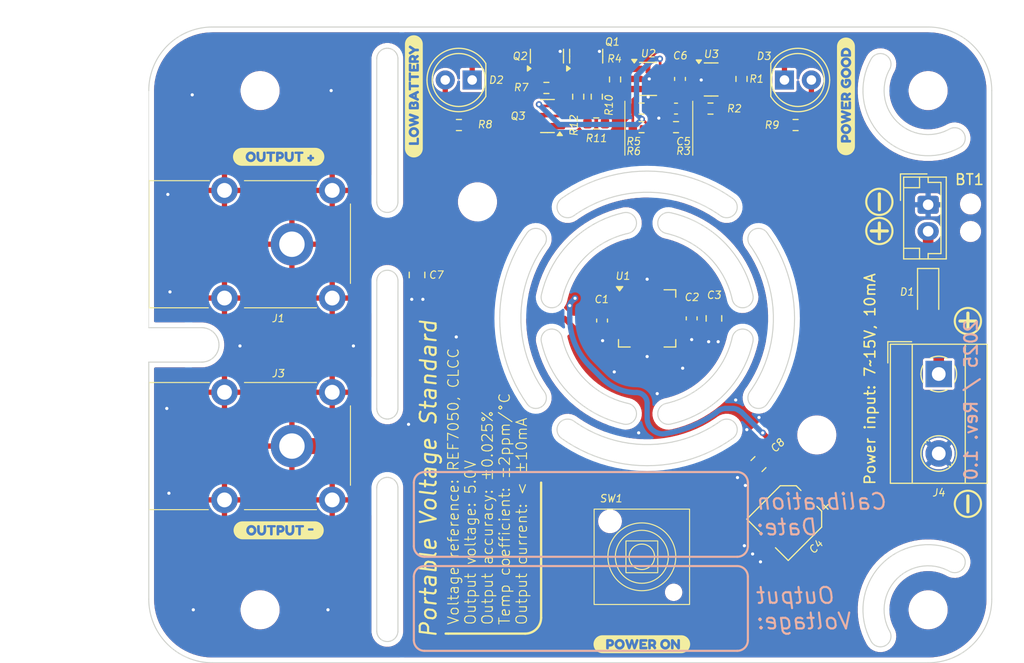
<source format=kicad_pcb>
(kicad_pcb (version 20240108) (generator "pcbnew") (generator_version "8.0")
  (title_block (title "Portable Voltage Standard") (date "2025-01-19") (rev "1.0") (company "Maxime Plasson"))
  (layers (0 "F.Cu" signal) (31 "B.Cu" signal) (34 "B.Paste" user) (35 "F.Paste" user) (36 "B.SilkS" user "B.Silkscreen") (37 "F.SilkS" user "F.Silkscreen") (38 "B.Mask" user) (39 "F.Mask" user) (44 "Edge.Cuts" user))
  (net 0 "")
  (net 1 "Net-(BT1-+)")
  (net 2 "GND")
  (net 3 "VCC")
  (net 4 "Net-(J1-Pin_1)")
  (net 5 "Net-(U2--)")
  (net 6 "/vref")
  (net 7 "Net-(D1-A)")
  (net 8 "Net-(D2-A)")
  (net 9 "Net-(D2-K)")
  (net 10 "Net-(D3-A)")
  (net 11 "Net-(D3-K)")
  (net 12 "Net-(J3-Pin_1)")
  (net 13 "Net-(Q1-G)")
  (net 14 "Net-(Q2-G)")
  (net 15 "Net-(Q3-D)")
  (net 16 "Net-(Q3-G)")
  (net 17 "Net-(R11-Pad2)")
  (net 18 "Net-(U2-+)")
  (net 21 "Net-(U1-OUTS)")
  (footprint "kibuzzard-678D0B69" (layer "F.Cu") (at 156 116.75)
    (property "Reference" "kibuzzard-678D0B69" (hide yes))
    (property "Value" "G***" (hide yes))
  )
  (footprint "Package_LCC:Analog_LCC-8_5x5mm_P1.27mm" (layer "F.Cu") (at 156.5 86)
    (property "Reference" "U1")
    (property "Value" "REF7050")
  )
  (footprint "Capacitor_SMD:C_0805_2012Metric" (layer "F.Cu") (at 162.8 86 -90)
    (property "Reference" "C3")
    (property "Value" "22uF")
  )
  (footprint "MountingHole:MountingHole_3.2mm_M3" (layer "F.Cu") (at 172.5 97)
    (property "Reference" "H5" (hide yes))
    (property "Value" "MountingHole")
  )
  (footprint "TerminalBlock_MetzConnect:TerminalBlock_MetzConnect_Type171_RT13702HBWC_1x02_P7.50mm_Horizontal" (layer "F.Cu") (at 184 91.25 -90)
    (property "Reference" "J4")
    (property "Value" "AUX_POWER")
  )
  (footprint "Capacitor_SMD:C_0603_1608Metric" (layer "F.Cu") (at 159.225 66.2 180)
    (property "Reference" "C5")
    (property "Value" "100nF")
  )
  (footprint "MountingHole:MountingHole_3.2mm_M3" (layer "F.Cu") (at 183 64.5)
    (property "Reference" "H3" (hide yes))
    (property "Value" "MountingHole")
  )
  (footprint "KICAD_GENERAL_LIBRARY:banana_socket_24.245.1_Amass_rouge" (layer "F.Cu") (at 121.72 79)
    (property "Reference" "J1")
    (property "Value" "OUTF")
  )
  (footprint "kibuzzard-678D0758" (layer "F.Cu") (at 121.75 106)
    (property "Reference" "kibuzzard-678D0758" (hide yes))
    (property "Value" "G***" (hide yes))
  )
  (footprint "Package_TO_SOT_SMD:SOT-23" (layer "F.Cu") (at 147.1 66.9 180)
    (property "Reference" "Q3")
    (property "Value" "AP2301B")
  )
  (footprint "Capacitor_SMD:C_0805_2012Metric" (layer "F.Cu") (at 134.8 81.9 -90)
    (property "Reference" "C7")
    (property "Value" "22uF")
  )
  (footprint "MountingHole:MountingHole_3.2mm_M3" (layer "F.Cu") (at 187 75.2 90)
    (property "Reference" "H3" (hide yes))
    (property "Value" "MountingHole")
  )
  (footprint "LED_THT:LED_D5.0mm" (layer "F.Cu") (at 140 63.5 180)
    (property "Reference" "D2")
    (property "Value" "LOW_VOLTAGE")
  )
  (footprint "KICAD_GENERAL_LIBRARY:banana_socket_24.245.2_Amass_noire" (layer "F.Cu") (at 121.72 98.05)
    (property "Reference" "J3")
    (property "Value" "GND")
  )
  (footprint "Package_TO_SOT_SMD:SOT-23" (layer "F.Cu") (at 162.5375 63.45)
    (property "Reference" "U3")
    (property "Value" "LM4040DBZ-2.5")
  )
  (footprint "Resistor_SMD:R_0603_1608Metric" (layer "F.Cu") (at 155.975 66.2)
    (property "Reference" "R5")
    (property "Value" "300k")
  )
  (footprint "kibuzzard-678D073D" (layer "F.Cu") (at 121.75 70.75)
    (property "Reference" "kibuzzard-678D073D" (hide yes))
    (property "Value" "G***" (hide yes))
  )
  (footprint "MountingHole:MountingHole_3.2mm_M3" (layer "F.Cu") (at 120 113.5)
    (property "Reference" "H2" (hide yes))
    (property "Value" "MountingHole")
  )
  (footprint "Resistor_SMD:R_0603_1608Metric" (layer "F.Cu") (at 170.5 67.75)
    (property "Reference" "R9")
    (property "Value" "1k")
  )
  (footprint "Capacitor_SMD:CP_Elec_5x5.3" (layer "F.Cu") (at 169.805635 104.944365 -135)
    (property "Reference" "C4")
    (property "Value" "10uF")
  )
  (footprint "Package_TO_SOT_SMD:SOT-23-5" (layer "F.Cu") (at 156.5875 63.4)
    (property "Reference" "U2")
    (property "Value" "NCS333")
  )
  (footprint "Resistor_SMD:R_0603_1608Metric" (layer "F.Cu") (at 151.75 65.075 90)
    (property "Reference" "R10")
    (property "Value" "1Meg")
  )
  (footprint "Capacitor_SMD:C_0603_1608Metric" (layer "F.Cu") (at 159.6 63.4 -90)
    (property "Reference" "C6")
    (property "Value" "100nF")
  )
  (footprint "Resistor_SMD:R_0603_1608Metric" (layer "F.Cu") (at 162.475 66.2 180)
    (property "Reference" "R2")
    (property "Value" "470k")
  )
  (footprint "Diode_SMD:D_SOD-123F" (layer "F.Cu") (at 183 83.5 -90)
    (property "Reference" "D1")
    (property "Value" "K14")
  )
  (footprint "Capacitor_SMD:C_0805_2012Metric" (layer "F.Cu") (at 167 99.75 -135)
    (property "Reference" "C8")
    (property "Value" "1uF")
  )
  (footprint "Resistor_SMD:R_0603_1608Metric" (layer "F.Cu") (at 150 65.075 -90)
    (property "Reference" "R12")
    (property "Value" "100")
  )
  (footprint "LED_THT:LED_D5.0mm" (layer "F.Cu") (at 169.45 63.5)
    (property "Reference" "D3")
    (property "Value" "POWER_GOOD")
  )
  (footprint "NetTie:NetTie-2_SMD_Pad0.5mm" (layer "F.Cu") (at 147.3 86)
    (property "Reference" "NT1" (hide yes))
    (property "Value" "NetTie_2" (hide yes))
  )
  (footprint "Resistor_SMD:R_0603_1608Metric" (layer "F.Cu") (at 165.4 63.4 90)
    (property "Reference" "R1")
    (property "Value" "33k")
  )
  (footprint "MountingHole:MountingHole_3.2mm_M3" (layer "F.Cu") (at 183 113.5)
    (property "Reference" "H4" (hide yes))
    (property "Value" "MountingHole")
  )
  (footprint "Capacitor_SMD:C_0603_1608Metric" (layer "F.Cu") (at 152.25 86.2 -90)
    (property "Reference" "C1")
    (property "Value" "100nF")
  )
  (footprint "kibuzzard-678D07AC" (layer "F.Cu") (at 175.25 65.045 90)
    (property "Reference" "kibuzzard-678D07AC" (hide yes))
    (property "Value" "G***" (hide yes))
  )
  (footprint "Connector_JST:JST_EH_B2B-EH-A_1x02_P2.50mm_Vertical" (layer "F.Cu") (at 183 75.275 -90)
    (property "Reference" "BT1")
    (property "Value" "9V_Battery")
  )
  (footprint "kibuzzard-678D0795" (layer "F.Cu") (at 134.5 65.045 90)
    (property "Reference" "kibuzzard-678D0795" (hide yes))
    (property "Value" "G***" (hide yes))
  )
  (footprint "Resistor_SMD:R_0603_1608Metric" (layer "F.Cu") (at 147 64.25)
    (property "Reference" "R7")
    (property "Value" "100")
  )
  (footprint "Resistor_SMD:R_0603_1608Metric" (layer "F.Cu") (at 155.975 67.95)
    (property "Reference" "R6")
    (property "Value" "300k")
  )
  (footprint "MountingHole:MountingHole_3.2mm_M3" (layer "F.Cu") (at 187 77.8 90)
    (property "Reference" "H3" (hide yes))
    (property "Value" "MountingHole")
  )
  (footprint "Capacitor_SMD:C_0603_1608Metric" (layer "F.Cu") (at 160.7 86 -90)
    (property "Reference" "C2")
    (property "Value" "100nF")
  )
  (footprint "MountingHole:MountingHole_3.2mm_M3" (layer "F.Cu") (at 140.5 75)
    (property "Reference" "H6" (hide yes))
    (property "Value" "MountingHole")
  )
  (footprint "MountingHole:MountingHole_3.2mm_M3" (layer "F.Cu") (at 120 64.5)
    (property "Reference" "H1" (hide yes))
    (property "Value" "MountingHole")
  )
  (footprint "Package_TO_SOT_SMD:SOT-23" (layer "F.Cu") (at 150.75 61.25 90)
    (property "Reference" "Q1")
    (property "Value" "AP2302B")
  )
  (footprint "Resistor_SMD:R_0603_1608Metric" (layer "F.Cu") (at 153.475 63.45 -90)
    (property "Reference" "R4")
    (property "Value" "1Meg")
  )
  (footprint "Package_TO_SOT_SMD:SOT-23" (layer "F.Cu") (at 147.05 61.25 90)
    (property "Reference" "Q2")
    (property "Value" "AP2302B")
  )
  (footprint "NetTie:NetTie-2_SMD_Pad0.5mm" (layer "F.Cu") (at 123 76.8 -90)
    (property "Reference" "NT2" (hide yes))
    (property "Value" "NetTie_2" (hide yes))
  )
  (footprint "KICAD_GENERAL_LIBRARY:SPEF210200" (layer "F.Cu") (at 156 108.5)
    (property "Reference" "SW1")
    (property "Value" "SW_Push_SPDT")
  )
  (footprint "Resistor_SMD:R_0603_1608Metric" (layer "F.Cu") (at 159.225 67.95 180)
    (property "Reference" "R3")
    (property "Value" "100k")
  )
  (footprint "Resistor_SMD:R_0603_1608Metric" (layer "F.Cu") (at 138.75 67.75 180)
    (property "Reference" "R8")
    (property "Value" "1k")
  )
  (footprint "Resistor_SMD:R_0603_1608Metric" (layer "F.Cu") (at 151.7 67.6)
    (property "Reference" "R11")
    (property "Value" "100")
  )
  (gr_arc (start 147.773265 74.026108) (mid 157.121722 71.196505) (end 166.199999 74.800001) (stroke (width 0.5)) (layer "F.Cu") (net 21))
  (gr_arc (start 163 94.9) (mid 160.62248 96.2062) (end 158 96.899999) (stroke (width 0.5)) (layer "B.Cu") (net 3))
  (gr_arc (start 165 100.5) (mid 165.707107 100.792893) (end 166 101.5) (stroke (width 0.2)) (layer "B.SilkS"))
  (gr_arc (start 134.5 110.375) (mid 134.792893 109.667893) (end 135.5 109.375) (stroke (width 0.2)) (layer "B.SilkS"))
  (gr_line (start 135.5 109.375) (end 165 109.375) (stroke (width 0.2)) (layer "B.SilkS"))
  (gr_line (start 166 101.5) (end 166 107.5) (stroke (width 0.2)) (layer "B.SilkS"))
  (gr_arc (start 165 109.375) (mid 165.707107 109.667893) (end 166 110.375) (stroke (width 0.2)) (layer "B.SilkS"))
  (gr_arc (start 166 116.375) (mid 165.707107 117.082107) (end 165 117.375) (stroke (width 0.2)) (layer "B.SilkS"))
  (gr_arc (start 134.5 101.5) (mid 134.792893 100.792893) (end 135.5 100.5) (stroke (width 0.2)) (layer "B.SilkS"))
  (gr_line (start 134.5 107.5) (end 134.5 101.5) (stroke (width 0.2)) (layer "B.SilkS"))
  (gr_line (start 166 110.375) (end 166 116.375) (stroke (width 0.2)) (layer "B.SilkS"))
  (gr_arc (start 166 107.5) (mid 165.707107 108.207107) (end 165 108.5) (stroke (width 0.2)) (layer "B.SilkS"))
  (gr_line (start 135.5 100.5) (end 165 100.5) (stroke (width 0.2)) (layer "B.SilkS"))
  (gr_arc (start 135.5 108.5) (mid 134.792893 108.207107) (end 134.5 107.5) (stroke (width 0.2)) (layer "B.SilkS"))
  (gr_arc (start 135.5 117.375) (mid 134.792893 117.082107) (end 134.5 116.375) (stroke (width 0.2)) (layer "B.SilkS"))
  (gr_line (start 165 117.375) (end 135.5 117.375) (stroke (width 0.2)) (layer "B.SilkS"))
  (gr_line (start 165 108.5) (end 135.5 108.5) (stroke (width 0.2)) (layer "B.SilkS"))
  (gr_line (start 134.5 116.375) (end 134.5 110.375) (stroke (width 0.2)) (layer "B.SilkS"))
  (gr_line (start 137.5 115.75) (end 137.75 115.75) (stroke (width 0.22)) (layer "F.SilkS"))
  (gr_line (start 154.4 65.5) (end 154.4 70.6) (stroke (width 0.1)) (layer "F.SilkS"))
  (gr_line (start 186.75 87) (end 186.75 85.5) (stroke (width 0.3)) (layer "F.SilkS"))
  (gr_circle (center 186.75 103.5) (end 187.62479 104.37479) (stroke (width 0.2)) (fill none) (layer "F.SilkS"))
  (gr_line (start 186.75 104.25) (end 186.75 102.75) (stroke (width 0.3)) (layer "F.SilkS"))
  (gr_line (start 178.4 75.75) (end 178.4 74.25) (stroke (width 0.3)) (layer "F.SilkS"))
  (gr_line (start 179.15 77.75) (end 177.65 77.75) (stroke (width 0.3)) (layer "F.SilkS"))
  (gr_circle (center 186.75 86.25) (end 187.62479 87.12479) (stroke (width 0.2)) (fill none) (layer "F.SilkS"))
  (gr_line (start 160.8 65.5) (end 160.8 70.6) (stroke (width 0.1)) (layer "F.SilkS"))
  (gr_arc (start 146.5 114.25) (mid 146.06066 115.31066) (end 145 115.75) (stroke (width 0.22)) (layer "F.SilkS"))
  (gr_line (start 146.5 114.25) (end 146.5 101.5) (stroke (width 0.22)) (layer "F.SilkS"))
  (gr_line (start 187.5 86.25) (end 186 86.25) (stroke (width 0.3)) (layer "F.SilkS"))
  (gr_circle (center 178.4 77.75) (end 179.27479 78.62479) (stroke (width 0.2)) (fill none) (layer "F.SilkS"))
  (gr_line (start 137.75 115.75) (end 145 115.75) (stroke (width 0.22)) (layer "F.SilkS"))
  (gr_circle (center 178.4 75) (end 179.27479 75.87479) (stroke (width 0.2)) (fill none) (layer "F.SilkS"))
  (gr_line (start 178.4 78.5) (end 178.4 77) (stroke (width 0.3)) (layer "F.SilkS"))
  (gr_line (start 132.995185 94.598017) (end 132.95694 94.790285) (stroke (width 0.1)) (layer "Edge.Cuts"))
  (gr_line (start 131.368015 81.677982) (end 131.531011 81.569071) (stroke (width 0.1)) (layer "Edge.Cuts"))
  (gr_line (start 131.528603 116.381921) (end 131.365607 116.27301) (stroke (width 0.1)) (layer "Edge.Cuts"))
  (gr_line (start 132.098017 116.495185) (end 131.901983 116.495185) (stroke (width 0.1)) (layer "Edge.Cuts"))
  (gr_line (start 131.709715 95.45694) (end 131.528603 95.381921) (stroke (width 0.1)) (layer "Edge.Cuts"))
  (gr_line (start 132.77301 75.634393) (end 132.634393 75.77301) (stroke (width 0.1)) (layer "Edge.Cuts"))
  (gr_line (start 132.471397 75.881921) (end 132.290285 75.95694) (stroke (width 0.1)) (layer "Edge.Cuts"))
  (gr_line (start 115.045634 86.971421) (end 115.195051 87.033312) (stroke (width 0.1)) (layer "Edge.Cuts"))
  (gr_line (start 131.365607 116.27301) (end 131.22699 116.134393) (stroke (width 0.1)) (layer "Edge.Cuts"))
  (gr_line (start 132.100425 81.455807) (end 132.292693 81.494052) (stroke (width 0.1)) (layer "Edge.Cuts"))
  (gr_line (start 131.004815 75.098017) (end 131 75) (stroke (width 0.1)) (layer "Edge.Cuts"))
  (gr_line (start 115.703419 89.589059) (end 115.589059 89.703419) (stroke (width 0.1)) (layer "Edge.Cuts"))
  (gr_line (start 131.22699 60.865607) (end 131.365607 60.72699) (stroke (width 0.1)) (layer "Edge.Cuts"))
  (gr_line (start 132.881921 101.528603) (end 132.95694 101.709715) (stroke (width 0.1)) (layer "Edge.Cuts"))
  (gr_line (start 132.634393 75.77301) (end 132.471397 75.881921) (stroke (width 0.1)) (layer "Edge.Cuts"))
  (gr_line (start 132.77301 101.365607) (end 132.881921 101.528603) (stroke (width 0.1)) (layer "Edge.Cuts"))
  (gr_line (start 189 64.5) (end 189 112.5) (stroke (width 0.1)) (layer "Edge.Cuts"))
  (gr_line (start 114.5 86.875) (end 114.539258 86.875964) (stroke (width 0.1)) (layer "Edge.Cuts"))
  (gr_line (start 114.5 90.125) (end 109.5 90.125) (stroke (width 0.1)) (layer "Edge.Cuts"))
  (gr_poly (pts (xy 155.781684 99.884919) (xy 155.065287 99.829264) (xy 154.352722 99.736672) (xy 153.645892 99.607388) (xy 152.946685 99.44176) (xy 152.25697 99.240228) (xy 151.578587 99.003332) (xy 150.91335 98.731704) (xy 150.263034 98.426069) (xy 149.629378 98.087245) (xy 149.014073 97.716136) (xy 148.418763 97.313732) (xy 148.279136 97.193075) (xy 148.164058 97.048815) (xy 148.077447 96.885867) (xy 148.022252 96.709778) (xy 148.000353 96.526545) (xy 148.012497 96.342408) (xy 148.058268 96.163638) (xy 148.136109 95.996322) (xy 148.243369 95.846158) (xy 148.376395 95.71826) (xy 148.530657 95.616984) (xy 148.700902 95.545777) (xy 148.881333 95.507065) (xy 149.065804 95.502166) (xy 149.248035 95.531248) (xy 149.421819 95.593319) (xy 149.581239 95.686266) (xy 149.854378 95.881409) (xy 150.42182 96.240229) (xy 151.008583 96.566499) (xy 151.612801 96.859182) (xy 152.232553 97.117349) (xy 152.865869 97.340179) (xy 153.510737 97.526963) (xy 154.165106 97.677107) (xy 154.826897 97.790135) (xy 155.494006 97.865687) (xy 156.164313 97.903524) (xy 156.835687 97.903524) (xy 157.505994 97.865687) (xy 158.173103 97.790135) (xy 158.834894 97.677107) (xy 159.489263 97.526963) (xy 160.134131 97.340179) (xy 160.767447 97.117349) (xy 161.387199 96.859182) (xy 161.991417 96.566499) (xy 162.57818 96.240229) (xy 163.145622 95.881409) (xy 163.418761 95.686266) (xy 163.578181 95.593319) (xy 163.751965 95.531248) (xy 163.934196 95.502166) (xy 164.118667 95.507065) (xy 164.299098 95.545777) (xy 164.469343 95.616984) (xy 164.623605 95.71826) (xy 164.756631 95.846158) (xy 164.863891 95.996322) (xy 164.941732 96.163638) (xy 164.987503 96.342408) (xy 164.999647 96.526545) (xy 164.977748 96.709778) (xy 164.922553 96.885867) (xy 164.835942 97.048815) (xy 164.720864 97.193075) (xy 164.581237 97.313732) (xy 163.985927 97.716136) (xy 163.370622 98.087245) (xy 162.736966 98.426069) (xy 162.08665 98.731704) (xy 161.421413 99.003332) (xy 160.74303 99.240228) (xy 160.053315 99.44176) (xy 159.354108 99.607388) (xy 158.647278 99.736672) (xy 157.934713 99.829264) (xy 157.218316 99.884919) (xy 156.5 99.903487)) (stroke (width 0.1)) (fill none) (layer "Edge.Cuts"))
  (gr_line (start 131.901983 116.495185) (end 131.709715 116.45694) (stroke (width 0.1)) (layer "Edge.Cuts"))
  (gr_line (start 131.118079 94.971397) (end 131.04306 94.790285) (stroke (width 0.1)) (layer "Edge.Cuts"))
  (gr_line (start 115.333357 87.107239) (end 115.467829 87.19709) (stroke (width 0.1)) (layer "Edge.Cuts"))
  (gr_line (start 133 94.5) (end 132.995185 94.598017) (stroke (width 0.1)) (layer "Edge.Cuts"))
  (gr_line (start 131.118079 61.028603) (end 131.22699 60.865607) (stroke (width 0.1)) (layer "Edge.Cuts"))
  (gr_line (start 132.098017 60.504815) (end 132.290285 60.54306) (stroke (width 0.1)) (layer "Edge.Cuts"))
  (gr_line (start 131.901983 75.995185) (end 131.709715 75.95694) (stroke (width 0.1)) (layer "Edge.Cuts"))
  (gr_line (start 131.045468 82.160707) (end 131.120487 81.979595) (stroke (width 0.1)) (layer "Edge.Cuts"))
  (gr_line (start 132.290285 75.95694) (end 132.098017 75.995185) (stroke (width 0.1)) (layer "Edge.Cuts"))
  (gr_line (start 131.004815 101.901983) (end 131.04306 101.709715) (stroke (width 0.1)) (layer "Edge.Cuts"))
  (gr_line (start 132.098017 101.004815) (end 132.290285 101.04306) (stroke (width 0.1)) (layer "Edge.Cuts"))
  (gr_line (start 114.895554 90.074105) (end 114.736933 90.105656) (stroke (width 0.1)) (layer "Edge.Cuts"))
  (gr_line (start 132.098017 75.995185) (end 131.901983 75.995185) (stroke (width 0.1)) (layer "Edge.Cuts"))
  (gr_line (start 131.22699 101.365607) (end 131.365607 101.22699) (stroke (width 0.1)) (layer "Edge.Cuts"))
  (gr_line (start 132.95694 94.790285) (end 132.881921 94.971397) (stroke (width 0.1)) (layer "Edge.Cuts"))
  (gr_line (start 131.365607 75.77301) (end 131.22699 75.634393) (stroke (width 0.1)) (layer "Edge.Cuts"))
  (gr_line (start 132.95694 115.790285) (end 132.881921 115.971397) (stroke (width 0.1)) (layer "Edge.Cuts"))
  (gr_line (start 131.04306 75.290285) (end 131.004815 75.098017) (stroke (width 0.1)) (layer "Edge.Cuts"))
  (gr_line (start 114.539258 86.875964) (end 114.620122 86.879937) (stroke (width 0.1)) (layer "Edge.Cuts"))
  (gr_arc (start 115.5 118.5) (mid 111.257359 116.742641) (end 109.5 112.5) (stroke (width 0.1)) (layer "Edge.Cuts"))
  (gr_line (start 115.5 58.5) (end 183 58.5) (stroke (width 0.1)) (layer "Edge.Cuts"))
  (gr_arc (start 189 112.5) (mid 187.242641 116.742641) (end 183 118.5) (stroke (width 0.1)) (layer "Edge.Cuts"))
  (gr_line (start 132.881921 61.028603) (end 132.95694 61.209715) (stroke (width 0.1)) (layer "Edge.Cuts"))
  (gr_line (start 132.290285 116.45694) (end 132.098017 116.495185) (stroke (width 0.1)) (layer "Edge.Cuts"))
  (gr_line (start 131.712123 81.494052) (end 131.904391 81.455807) (stroke (width 0.1)) (layer "Edge.Cuts"))
  (gr_line (start 131.229398 81.816599) (end 131.368015 81.677982) (stroke (width 0.1)) (layer "Edge.Cuts"))
  (gr_line (start 131.22699 75.634393) (end 131.118079 75.471397) (stroke (width 0.1)) (layer "Edge.Cuts"))
  (gr_line (start 131.709715 75.95694) (end 131.528603 75.881921) (stroke (width 0.1)) (layer "Edge.Cuts"))
  (gr_line (start 114.539258 90.124036) (end 114.5 90.125) (stroke (width 0.1)) (layer "Edge.Cuts"))
  (gr_line (start 115.045634 90.028579) (end 114.895554 90.074105) (stroke (width 0.1)) (layer "Edge.Cuts"))
  (gr_line (start 132.471397 95.381921) (end 132.290285 95.45694) (stroke (width 0.1)) (layer "Edge.Cuts"))
  (gr_line (start 114.736933 86.894344) (end 114.895554 86.925895) (stroke (width 0.1)) (layer "Edge.Cuts"))
  (gr_line (start 131.365607 101.22699) (end 131.528603 101.118079) (stroke (width 0.1)) (layer "Edge.Cuts"))
  (gr_line (start 131.004815 61.401983) (end 131.04306 61.209715) (stroke (width 0.1)) (layer "Edge.Cuts"))
  (gr_poly (pts (xy 183.708085 107.393099) (xy 184.183797 107.467235) (xy 184.652249 107.57837) (xy 185.110568 107.725822) (xy 185.555943 107.908687) (xy 185.985643 108.125843) (xy 186.138 108.229964) (xy 186.268631 108.360307) (xy 186.373086 108.512435) (xy 186.44781 108.681166) (xy 186.490258 108.860754) (xy 186.498983 109.045084) (xy 186.473689 109.227879) (xy 186.415238 109.402914) (xy 186.325619 109.564228) (xy 186.207884 109.706328) (xy 186.066044 109.824375) (xy 185.904927 109.914349) (xy 185.730021 109.973186) (xy 185.547283 109.998882) (xy 185.362933 109.990562) (xy 185.183252 109.94851) (xy 185.014357 109.874157) (xy 184.84063 109.777704) (xy 184.476371 109.618797) (xy 184.098589 109.495439) (xy 183.710744 109.40876) (xy 183.31639 109.359553) (xy 182.919138 109.348269) (xy 182.522627 109.375013) (xy 182.130488 109.439538) (xy 181.746313 109.541254) (xy 181.37362 109.679228) (xy 181.015825 109.852199) (xy 180.676202 110.05858) (xy 180.357864 110.296482) (xy 180.063726 110.563726) (xy 179.796482 110.857864) (xy 179.55858 111.176202) (xy 179.352199 111.515825) (xy 179.179228 111.87362) (xy 179.041254 112.246313) (xy 178.939538 112.630488) (xy 178.875013 113.022627) (xy 178.848269 113.419138) (xy 178.859553 113.81639) (xy 178.90876 114.210744) (xy 178.995439 114.598589) (xy 179.118797 114.976371) (xy 179.277704 115.34063) (xy 179.374157 115.514357) (xy 179.44851 115.683252) (xy 179.490562 115.862933) (xy 179.498882 116.047283) (xy 179.473186 116.230021) (xy 179.414349 116.404927) (xy 179.324375 116.566044) (xy 179.206328 116.707884) (xy 179.064228 116.825619) (xy 178.902914 116.915238) (xy 178.727879 116.973689) (xy 178.545084 116.998983) (xy 178.360754 116.990258) (xy 178.181166 116.94781) (xy 178.012435 116.873086) (xy 177.860307 116.768631) (xy 177.729964 116.638) (xy 177.625843 116.485643) (xy 177.408687 116.055943) (xy 177.225822 115.610568) (xy 177.07837 115.152249) (xy 176.967235 114.683797) (xy 176.893099 114.208085) (xy 176.856415 113.72803) (xy 176.857411 113.246576) (xy 176.896078 112.766677) (xy 176.97218 112.291275) (xy 177.085251 111.823287) (xy 177.234596 111.365581) (xy 177.4193 110.920966) (xy 177.63823 110.492168) (xy 177.890044 110.081816) (xy 178.173197 109.692428) (xy 178.485952 109.326392) (xy 178.826392 108.985952) (xy 179.192428 108.673197) (xy 179.581816 108.390044) (xy 179.992168 108.13823) (xy 180.420966 107.9193) (xy 180.865581 107.734596) (xy 181.323287 107.585251) (xy 181.791275 107.47218) (xy 182.266677 107.396078) (xy 182.746576 107.357411) (xy 183.22803 107.356415)) (stroke (width 0.1)) (fill none) (layer "Edge.Cuts"))
  (gr_line (start 131 61.5) (end 131.004815 61.401983) (stroke (width 0.1)) (layer "Edge.Cuts"))
  (gr_line (start 131.118079 101.528603) (end 131.22699 101.365607) (stroke (width 0.1)) (layer "Edge.Cuts"))
  (gr_line (start 133 94.5) (end 133.002408 82.450992) (stroke (width 0.1)) (layer "Edge.Cuts"))
  (gr_line (start 115.467829 87.19709) (end 115.589059 87.296581) (stroke (width 0.1)) (layer "Edge.Cuts"))
  (gr_line (start 114.895554 86.925895) (end 115.045634 86.971421) (stroke (width 0.1)) (layer "Edge.Cuts"))
  (gr_line (start 131.904391 81.455807) (end 132.100425 81.455807) (stroke (width 0.1)) (layer "Edge.Cuts"))
  (gr_line (start 131.528603 75.881921) (end 131.365607 75.77301) (stroke (width 0.1)) (layer "Edge.Cuts"))
  (gr_poly (pts (xy 178.727879 61.026311) (xy 178.902914 61.084762) (xy 179.064228 61.174381) (xy 179.206328 61.292116) (xy 179.324375 61.433956) (xy 179.414349 61.595073) (xy 179.473186 61.769979) (xy 179.498882 61.952717) (xy 179.490562 62.137067) (xy 179.44851 62.316748) (xy 179.374157 62.485643) (xy 179.277704 62.65937) (xy 179.118797 63.023629) (xy 178.995439 63.401411) (xy 178.90876 63.789256) (xy 178.859553 64.18361) (xy 178.848269 64.580862) (xy 178.875013 64.977373) (xy 178.939538 65.369512) (xy 179.041254 65.753687) (xy 179.179228 66.12638) (xy 179.352199 66.484175) (xy 179.55858 66.823798) (xy 179.796482 67.142136) (xy 180.063726 67.436274) (xy 180.357864 67.703518) (xy 180.676202 67.94142) (xy 181.015825 68.147801) (xy 181.37362 68.320772) (xy 181.746313 68.458746) (xy 182.130488 68.560462) (xy 182.522627 68.624987) (xy 182.919138 68.651731) (xy 183.31639 68.640447) (xy 183.710744 68.59124) (xy 184.098589 68.504561) (xy 184.476371 68.381203) (xy 184.84063 68.222296) (xy 185.014357 68.125843) (xy 185.183252 68.05149) (xy 185.362933 68.009438) (xy 185.547283 68.001118) (xy 185.730021 68.026814) (xy 185.904927 68.085651) (xy 186.066044 68.175625) (xy 186.207884 68.293672) (xy 186.325619 68.435772) (xy 186.415238 68.597086) (xy 186.473689 68.772121) (xy 186.498983 68.954916) (xy 186.490258 69.139246) (xy 186.44781 69.318834) (xy 186.373086 69.487565) (xy 186.268631 69.639693) (xy 186.138 69.770036) (xy 185.985643 69.874157) (xy 185.555943 70.091313) (xy 185.110568 70.274178) (xy 184.652249 70.42163) (xy 184.183797 70.532765) (xy 183.708085 70.606901) (xy 183.22803 70.643585) (xy 182.746576 70.642589) (xy 182.266677 70.603922) (xy 181.791275 70.52782) (xy 181.323287 70.414749) (xy 180.865581 70.265404) (xy 180.420966 70.0807) (xy 179.992168 69.86177) (xy 179.581816 69.609956) (xy 179.192428 69.326803) (xy 178.826392 69.014048) (xy 178.485952 68.673608) (xy 178.173197 68.307572) (xy 177.890044 67.918184) (xy 177.63823 67.507832) (xy 177.4193 67.079034) (xy 177.234596 66.634419) (xy 177.085251 66.176713) (xy 176.97218 65.708725) (xy 176.896078 65.233323) (xy 176.857411 64.753424) (xy 176.856415 64.27197) (xy 176.893099 63.791915) (xy 176.967235 63.316203) (xy 177.07837 62.847751) (xy 177.225822 62.389432) (xy 177.408687 61.944057) (xy 177.625843 61.514357) (xy 177.729964 61.362) (xy 177.860307 61.231369) (xy 178.012435 61.126914) (xy 178.181166 61.05219) (xy 178.360754 61.009742) (xy 178.545084 61.001017)) (stroke (width 0.1)) (fill none) (layer "Edge.Cuts"))
  (gr_arc (start 109.5 64.5) (mid 111.257359 60.257359) (end 115.5 58.5) (stroke (width 0.1)) (layer "Edge.Cuts"))
  (gr_line (start 132.634393 60.72699) (end 132.77301 60.865607) (stroke (width 0.1)) (layer "Edge.Cuts"))
  (gr_line (start 132.95694 75.290285) (end 132.881921 75.471397) (stroke (width 0.1)) (layer "Edge.Cuts"))
  (gr_poly (pts (xy 166.476187 88.21693) (xy 166.326266 88.80777) (xy 166.141386 89.388621) (xy 165.922205 89.957416) (xy 165.669501 90.512131) (xy 165.384175 91.050793) (xy 165.067242 91.571486) (xy 164.719828 92.072356) (xy 164.34317 92.551623) (xy 163.938608 93.007581) (xy 163.507581 93.438608) (xy 163.051623 93.84317) (xy 162.572356 94.219828) (xy 162.071486 94.567242) (xy 161.550793 94.884175) (xy 161.012131 95.169501) (xy 160.457416 95.422205) (xy 159.888621 95.641386) (xy 159.30777 95.826266) (xy 158.71693 95.976187) (xy 158.533863 95.999426) (xy 158.349642 95.988632) (xy 158.170542 95.94417) (xy 158.002661 95.867556) (xy 157.851716 95.761398) (xy 157.722847 95.629312) (xy 157.620444 95.475796) (xy 157.547993 95.306076) (xy 157.507961 95.125934) (xy 157.501712 94.941503) (xy 157.529459 94.759064) (xy 157.590256 94.58483) (xy 157.682033 94.424734) (xy 157.801666 94.284228) (xy 157.945079 94.168097) (xy 158.107389 94.080295) (xy 158.28307 94.023813) (xy 158.283069 94.023812) (xy 158.550664 93.964371) (xy 159.076731 93.81005) (xy 159.591348 93.621023) (xy 160.092227 93.39813) (xy 160.577143 93.142362) (xy 161.043942 92.854854) (xy 161.490548 92.536885) (xy 161.914977 92.189867) (xy 162.315343 91.815343) (xy 162.689867 91.414977) (xy 163.036885 90.990548) (xy 163.354854 90.543942) (xy 163.642362 90.077143) (xy 163.89813 89.592227) (xy 164.121023 89.091348) (xy 164.31005 88.576731) (xy 164.464371 88.050664) (xy 164.523812 87.783069) (xy 164.523813 87.78307) (xy 164.580295 87.607389) (xy 164.668097 87.445079) (xy 164.784228 87.301666) (xy 164.924734 87.182033) (xy 165.08483 87.090256) (xy 165.259064 87.029459) (xy 165.441503 87.001712) (xy 165.625934 87.007961) (xy 165.806076 87.047993) (xy 165.975796 87.120444) (xy 166.129312 87.222847) (xy 166.261398 87.351716) (xy 166.367556 87.502661) (xy 166.44417 87.670542) (xy 166.488632 87.849642) (xy 166.499426 88.033863)) (stroke (width 0.1)) (fill none) (layer "Edge.Cuts"))
  (gr_line (start 116.028579 89.045634) (end 115.966688 89.195051) (stroke (width 0.1)) (layer "Edge.Cuts"))
  (gr_line (start 132.881921 115.971397) (end 132.77301 116.134393) (stroke (width 0.1)) (layer "Edge.Cuts"))
  (gr_line (start 116.074105 88.104446) (end 116.105656 88.263067) (stroke (width 0.1)) (layer "Edge.Cuts"))
  (gr_line (start 132.634393 116.27301) (end 132.471397 116.381921) (stroke (width 0.1)) (layer "Edge.Cuts"))
  (gr_poly (pts (xy 158.71693 76.023813) (xy 159.30777 76.173734) (xy 159.888621 76.358614) (xy 160.457416 76.577795) (xy 161.012131 76.830499) (xy 161.550793 77.115825) (xy 162.071486 77.432758) (xy 162.572356 77.780172) (xy 163.051623 78.15683) (xy 163.507581 78.561392) (xy 163.938608 78.992419) (xy 164.34317 79.448377) (xy 164.719828 79.927644) (xy 165.067242 80.428514) (xy 165.384175 80.949207) (xy 165.669501 81.487869) (xy 165.922205 82.042584) (xy 166.141386 82.611379) (xy 166.326266 83.19223) (xy 166.476187 83.78307) (xy 166.499426 83.966137) (xy 166.488632 84.150358) (xy 166.44417 84.329458) (xy 166.367556 84.497339) (xy 166.261398 84.648284) (xy 166.129312 84.777153) (xy 165.975796 84.879556) (xy 165.806076 84.952007) (xy 165.625934 84.992039) (xy 165.441503 84.998288) (xy 165.259064 84.970541) (xy 165.08483 84.909744) (xy 164.924734 84.817967) (xy 164.784228 84.698334) (xy 164.668097 84.554921) (xy 164.580295 84.392611) (xy 164.523813 84.21693) (xy 164.523812 84.216931) (xy 164.464371 83.949336) (xy 164.31005 83.423269) (xy 164.121023 82.908652) (xy 163.89813 82.407773) (xy 163.642362 81.922857) (xy 163.354854 81.456058) (xy 163.036885 81.009452) (xy 162.689867 80.585023) (xy 162.315343 80.184657) (xy 161.914977 79.810133) (xy 161.490548 79.463115) (xy 161.043942 79.145146) (xy 160.577143 78.857638) (xy 160.092227 78.60187) (xy 159.591348 78.378977) (xy 159.076731 78.18995) (xy 158.550664 78.035629) (xy 158.283069 77.976188) (xy 158.28307 77.976187) (xy 158.107389 77.919705) (xy 157.945079 77.831903) (xy 157.801666 77.715772) (xy 157.682033 77.575266) (xy 157.590256 77.41517) (xy 157.529459 77.240936) (xy 157.501712 77.058497) (xy 157.507961 76.874066) (xy 157.547993 76.693924) (xy 157.620444 76.524204) (xy 157.722847 76.370688) (xy 157.851716 76.238602) (xy 158.002661 76.132444) (xy 158.170542 76.05583) (xy 158.349642 76.011368) (xy 158.533863 76.000574)) (stroke (width 0.1)) (fill none) (layer "Edge.Cuts"))
  (gr_line (start 132.95694 101.709715) (end 132.995185 101.901983) (stroke (width 0.1)) (layer "Edge.Cuts"))
  (gr_line (start 115.80291 89.467829) (end 115.703419 89.589059) (stroke (width 0.1)) (layer "Edge.Cuts"))
  (gr_line (start 132.098017 95.495185) (end 131.901983 95.495185) (stroke (width 0.1)) (layer "Edge.Cuts"))
  (gr_arc (start 183 58.5) (mid 187.242641 60.257359) (end 189 64.5) (stroke (width 0.1)) (layer "Edge.Cuts"))
  (gr_line (start 132.634393 101.22699) (end 132.77301 101.365607) (stroke (width 0.1)) (layer "Edge.Cuts"))
  (gr_line (start 115.80291 87.532171) (end 115.892761 87.666643) (stroke (width 0.1)) (layer "Edge.Cuts"))
  (gr_line (start 131.22699 95.134393) (end 131.118079 94.971397) (stroke (width 0.1)) (layer "Edge.Cuts"))
  (gr_line (start 131 75) (end 131 61.5) (stroke (width 0.1)) (layer "Edge.Cuts"))
  (gr_line (start 115.467829 89.80291) (end 115.333357 89.892761) (stroke (width 0.1)) (layer "Edge.Cuts"))
  (gr_poly (pts (xy 154.28307 95.976187) (xy 153.69223 95.826266) (xy 153.111379 95.641386) (xy 152.542584 95.422205) (xy 151.987869 95.169501) (xy 151.449207 94.884175) (xy 150.928514 94.567242) (xy 150.427644 94.219828) (xy 149.948377 93.84317) (xy 149.492419 93.438608) (xy 149.061392 93.007581) (xy 148.65683 92.551623) (xy 148.280172 92.072356) (xy 147.932758 91.571486) (xy 147.615825 91.050793) (xy 147.330499 90.512131) (xy 147.077795 89.957416) (xy 146.858614 89.388621) (xy 146.673734 88.80777) (xy 146.523813 88.21693) (xy 146.500574 88.033863) (xy 146.511368 87.849642) (xy 146.55583 87.670542) (xy 146.632444 87.502661) (xy 146.738602 87.351716) (xy 146.870688 87.222847) (xy 147.024204 87.120444) (xy 147.193924 87.047993) (xy 147.374066 87.007961) (xy 147.558497 87.001712) (xy 147.740936 87.029459) (xy 147.91517 87.090256) (xy 148.075266 87.182033) (xy 148.215772 87.301666) (xy 148.331903 87.445079) (xy 148.419705 87.607389) (xy 148.476187 87.78307) (xy 148.476188 87.783069) (xy 148.535629 88.050664) (xy 148.68995 88.576731) (xy 148.878977 89.091348) (xy 149.10187 89.592227) (xy 149.357638 90.077143) (xy 149.645146 90.543942) (xy 149.963115 90.990548) (xy 150.310133 91.414977) (xy 150.684657 91.815343) (xy 151.085023 92.189867) (xy 151.509452 92.536885) (xy 151.956058 92.854854) (xy 152.422857 93.142362) (xy 152.907773 93.39813) (xy 153.408652 93.621023) (xy 153.923269 93.81005) (xy 154.449336 93.964371) (xy 154.716931 94.023812) (xy 154.71693 94.023813) (xy 154.892611 94.080295) (xy 155.054921 94.168097) (xy 155.198334 94.284228) (xy 155.317967 94.424734) (xy 155.409744 94.58483) (xy 155.470541 94.759064) (xy 155.498288 94.941503) (xy 155.492039 95.125934) (xy 155.452007 95.306076) (xy 155.379556 95.475796) (xy 155.277153 95.629312) (xy 155.148284 95.761398) (xy 154.997339 95.867556) (xy 154.829458 95.94417) (xy 154.650358 95.988632) (xy 154.466137 95.999426)) (stroke (width 0.1)) (fill none) (layer "Edge.Cuts"))
  (gr_line (start 132.995185 115.598017) (end 132.95694 115.790285) (stroke (width 0.1)) (layer "Edge.Cuts"))
  (gr_line (start 109.5 86.875) (end 109.5 64.5) (stroke (width 0.05)) (layer "Edge.Cuts"))
  (gr_line (start 132.77301 95.134393) (end 132.634393 95.27301) (stroke (width 0.1)) (layer "Edge.Cuts"))
  (gr_line (start 116.121027 88.580864) (end 116.105656 88.736933) (stroke (width 0.1)) (layer "Edge.Cuts"))
  (gr_line (start 115.195051 87.033312) (end 115.333357 87.107239) (stroke (width 0.1)) (layer "Edge.Cuts"))
  (gr_line (start 132.290285 95.45694) (end 132.098017 95.495185) (stroke (width 0.1)) (layer "Edge.Cuts"))
  (gr_line (start 132.636801 81.677982) (end 132.775418 81.816599) (stroke (width 0.1)) (layer "Edge.Cuts"))
  (gr_line (start 131.04306 61.209715) (end 131.118079 61.028603) (stroke (width 0.1)) (layer "Edge.Cuts"))
  (gr_line (start 132.995185 61.401983) (end 133 61.5) (stroke (width 0.1)) (layer "Edge.Cuts"))
  (gr_line (start 132.995185 101.901983) (end 133 102) (stroke (width 0.1)) (layer "Edge.Cuts"))
  (gr_line (start 133 115.5) (end 132.995185 115.598017) (stroke (width 0.1)) (layer "Edge.Cuts"))
  (gr_line (start 132.471397 116.381921) (end 132.290285 116.45694) (stroke (width 0.1)) (layer "Edge.Cuts"))
  (gr_line (start 131.22699 116.134393) (end 131.118079 115.971397) (stroke (width 0.1)) (layer "Edge.Cuts"))
  (gr_line (start 115.966688 87.804949) (end 116.028579 87.954366) (stroke (width 0.1)) (layer "Edge.Cuts"))
  (gr_line (start 131.709715 60.54306) (end 131.901983 60.504815) (stroke (width 0.1)) (layer "Edge.Cuts"))
  (gr_line (start 133 75) (end 132.995185 75.098017) (stroke (width 0.1)) (layer "Edge.Cuts"))
  (gr_line (start 131.528603 95.381921) (end 131.365607 95.27301) (stroke (width 0.1)) (layer "Edge.Cuts"))
  (gr_line (start 131.118079 75.471397) (end 131.04306 75.290285) (stroke (width 0.1)) (layer "Edge.Cuts"))
  (gr_line (start 115.333357 89.892761) (end 115.195051 89.966688) (stroke (width 0.1)) (layer "Edge.Cuts"))
  (gr_line (start 131.901983 101.004815) (end 132.098017 101.004815) (stroke (width 0.1)) (layer "Edge.Cuts"))
  (gr_line (start 132.471397 60.618079) (end 132.634393 60.72699) (stroke (width 0.1)) (layer "Edge.Cuts"))
  (gr_line (start 131 115.5) (end 131 102) (stroke (width 0.1)) (layer "Edge.Cuts"))
  (gr_line (start 132.997593 82.352975) (end 133.002408 82.450992) (stroke (width 0.1)) (layer "Edge.Cuts"))
  (gr_line (start 132.881921 75.471397) (end 132.77301 75.634393) (stroke (width 0.1)) (layer "Edge.Cuts"))
  (gr_line (start 132.775418 81.816599) (end 132.884329 81.979595) (stroke (width 0.1)) (layer "Edge.Cuts"))
  (gr_line (start 115.966688 89.195051) (end 115.892761 89.333357) (stroke (width 0.1)) (layer "Edge.Cuts"))
  (gr_line (start 132.290285 101.04306) (end 132.471397 101.118079) (stroke (width 0.1)) (layer "Edge.Cuts"))
  (gr_line (start 132.995185 75.098017) (end 132.95694 75.290285) (stroke (width 0.1)) (layer "Edge.Cuts"))
  (gr_line (start 115.195051 89.966688) (end 115.045634 90.028579) (stroke (width 0.1)) (layer "Edge.Cuts"))
  (gr_line (start 132.473805 81.569071) (end 132.636801 81.677982) (stroke (width 0.1)) (layer "Edge.Cuts"))
  (gr_line (start 116.028579 87.954366) (end 116.074105 88.104446) (stroke (width 0.1)) (layer "Edge.Cuts"))
  (gr_line (start 131.365607 60.72699) (end 131.528603 60.618079) (stroke (width 0.1)) (layer "Edge.Cuts"))
  (gr_line (start 131.901983 60.504815) (end 132.098017 60.504815) (stroke (width 0.1)) (layer "Edge.Cuts"))
  (gr_poly (pts (xy 157.218316 72.115081) (xy 157.934713 72.170736) (xy 158.647278 72.263328) (xy 159.354108 72.392612) (xy 160.053315 72.55824) (xy 160.74303 72.759772) (xy 161.421413 72.996668) (xy 162.08665 73.268296) (xy 162.736966 73.573931) (xy 163.370622 73.912755) (xy 163.985927 74.283864) (xy 164.581237 74.686268) (xy 164.720864 74.806925) (xy 164.835942 74.951185) (xy 164.922553 75.114133) (xy 164.977748 75.290222) (xy 164.999647 75.473455) (xy 164.987503 75.657592) (xy 164.941732 75.836362) (xy 164.863891 76.003678) (xy 164.756631 76.153842) (xy 164.623605 76.28174) (xy 164.469343 76.383016) (xy 164.299098 76.454223) (xy 164.118667 76.492935) (xy 163.934196 76.497834) (xy 163.751965 76.468752) (xy 163.578181 76.406681) (xy 163.418761 76.313734) (xy 163.145622 76.118591) (xy 162.57818 75.759771) (xy 161.991417 75.433501) (xy 161.387199 75.140818) (xy 160.767447 74.882651) (xy 160.134131 74.659821) (xy 159.489263 74.473037) (xy 158.834894 74.322893) (xy 158.173103 74.209865) (xy 157.505994 74.134313) (xy 156.835687 74.096476) (xy 156.164313 74.096476) (xy 155.494006 74.134313) (xy 154.826897 74.209865) (xy 154.165106 74.322893) (xy 153.510737 74.473037) (xy 152.865869 74.659821) (xy 152.232553 74.882651) (xy 151.612801 75.140818) (xy 151.008583 75.433501) (xy 150.42182 75.759771) (xy 149.854378 76.118591) (xy 149.581239 76.313734) (xy 149.421819 76.406681) (xy 149.248035 76.468752) (xy 149.065804 76.497834) (xy 148.881333 76.492935) (xy 148.700902 76.454223) (xy 148.530657 76.383016) (xy 148.376395 76.28174) (xy 148.243369 76.153842) (xy 148.136109 76.003678) (xy 148.058268 75.836362) (xy 148.012497 75.657592) (xy 148.000353 75.473455) (xy 148.022252 75.290222) (xy 148.077447 75.114133) (xy 148.164058 74.951185) (xy 148.279136 74.806925) (xy 148.418763 74.686268) (xy 149.014073 74.283864) (xy 149.629378 73.912755) (xy 150.263034 73.573931) (xy 150.91335 73.268296) (xy 151.578587 72.996668) (xy 152.25697 72.759772) (xy 152.946685 72.55824) (xy 153.645892 72.392612) (xy 154.352722 72.263328) (xy 155.065287 72.170736) (xy 155.781684 72.115081) (xy 156.5 72.096513)) (stroke (width 0.1)) (fill none) (layer "Edge.Cuts"))
  (gr_poly (pts (xy 170.384919 86.718316) (xy 170.329264 87.434713) (xy 170.236672 88.147278) (xy 170.107388 88.854108) (xy 169.94176 89.553315) (xy 169.740228 90.24303) (xy 169.503332 90.921413) (xy 169.231704 91.58665) (xy 168.926069 92.236966) (xy 168.587245 92.870622) (xy 168.216136 93.485927) (xy 167.813732 94.081237) (xy 167.693075 94.220864) (xy 167.548815 94.335942) (xy 167.385867 94.422553) (xy 167.209778 94.477748) (xy 167.026545 94.499647) (xy 166.842408 94.487503) (xy 166.663638 94.441732) (xy 166.496322 94.363891) (xy 166.346158 94.256631) (xy 166.21826 94.123605) (xy 166.116984 93.969343) (xy 166.045777 93.799098) (xy 166.007065 93.618667) (xy 166.002166 93.434196) (xy 166.031248 93.251965) (xy 166.093319 93.078181) (xy 166.186266 92.918761) (xy 166.381409 92.645622) (xy 166.740229 92.07818) (xy 167.066499 91.491417) (xy 167.359182 90.887199) (xy 167.617349 90.267447) (xy 167.840179 89.634131) (xy 168.026963 88.989263) (xy 168.177107 88.334894) (xy 168.290135 87.673103) (xy 168.365687 87.005994) (xy 168.403524 86.335687) (xy 168.403524 85.664313) (xy 168.365687 84.994006) (xy 168.290135 84.326897) (xy 168.177107 83.665106) (xy 168.026963 83.010737) (xy 167.840179 82.365869) (xy 167.617349 81.732553) (xy 167.359182 81.112801) (xy 167.066499 80.508583) (xy 166.740229 79.92182) (xy 166.381409 79.354378) (xy 166.186266 79.081239) (xy 166.093319 78.921819) (xy 166.031248 78.748035) (xy 166.002166 78.565804) (xy 166.007065 78.381333) (xy 166.045777 78.200902) (xy 166.116984 78.030657) (xy 166.21826 77.876395) (xy 166.346158 77.743369) (xy 166.496322 77.636109) (xy 166.663638 77.558268) (xy 166.842408 77.512497) (xy 167.026545 77.500353) (xy 167.209778 77.522252) (xy 167.385867 77.577447) (xy 167.548815 77.664058) (xy 167.693075 77.779136) (xy 167.813732 77.918763) (xy 168.216136 78.514073) (xy 168.587245 79.129378) (xy 168.926069 79.763034) (xy 169.231704 80.41335) (xy 169.503332 81.078587) (xy 169.740228 81.75697) (xy 169.94176 82.446685) (xy 170.107388 83.145892) (xy 170.236672 83.852722) (xy 170.329264 84.565287) (xy 170.384919 85.281684) (xy 170.403487 86)) (stroke (width 0.1)) (fill none) (layer "Edge.Cuts"))
  (gr_line (start 116.074105 88.895554) (end 116.028579 89.045634) (stroke (width 0.1)) (layer "Edge.Cuts"))
  (gr_line (start 131.04306 94.790285) (end 131.004815 94.598017) (stroke (width 0.1)) (layer "Edge.Cuts"))
  (gr_line (start 109.5 86.875) (end 114.5 86.875) (stroke (width 0.1)) (layer "Edge.Cuts"))
  (gr_line (start 132.77301 60.865607) (end 132.881921 61.028603) (stroke (width 0.1)) (layer "Edge.Cuts"))
  (gr_line (start 133 61.5) (end 133 75) (stroke (width 0.1)) (layer "Edge.Cuts"))
  (gr_line (start 132.290285 60.54306) (end 132.471397 60.618079) (stroke (width 0.1)) (layer "Edge.Cuts"))
  (gr_line (start 131.002408 82.450992) (end 131 94.5) (stroke (width 0.1)) (layer "Edge.Cuts"))
  (gr_line (start 131.120487 81.979595) (end 131.229398 81.816599) (stroke (width 0.1)) (layer "Edge.Cuts"))
  (gr_line (start 116.105656 88.263067) (end 116.121027 88.419136) (stroke (width 0.1)) (layer "Edge.Cuts"))
  (gr_line (start 114.736933 90.105656) (end 114.620122 90.120063) (stroke (width 0.1)) (layer "Edge.Cuts"))
  (gr_line (start 131.118079 115.971397) (end 131.04306 115.790285) (stroke (width 0.1)) (layer "Edge.Cuts"))
  (gr_line (start 132.471397 101.118079) (end 132.634393 101.22699) (stroke (width 0.1)) (layer "Edge.Cuts"))
  (gr_line (start 132.634393 95.27301) (end 132.471397 95.381921) (stroke (width 0.1)) (layer "Edge.Cuts"))
  (gr_line (start 131 102) (end 131.004815 101.901983) (stroke (width 0.1)) (layer "Edge.Cuts"))
  (gr_line (start 115.589059 87.296581) (end 115.703419 87.410941) (stroke (width 0.1)) (layer "Edge.Cuts"))
  (gr_line (start 132.881921 94.971397) (end 132.77301 95.134393) (stroke (width 0.1)) (layer "Edge.Cuts"))
  (gr_line (start 114.620122 90.120063) (end 114.539258 90.124036) (stroke (width 0.1)) (layer "Edge.Cuts"))
  (gr_poly (pts (xy 146.523813 83.78307) (xy 146.673734 83.19223) (xy 146.858614 82.611379) (xy 147.077795 82.042584) (xy 147.330499 81.487869) (xy 147.615825 80.949207) (xy 147.932758 80.428514) (xy 148.280172 79.927644) (xy 148.65683 79.448377) (xy 149.061392 78.992419) (xy 149.492419 78.561392) (xy 149.948377 78.15683) (xy 150.427644 77.780172) (xy 150.928514 77.432758) (xy 151.449207 77.115825) (xy 151.987869 76.830499) (xy 152.542584 76.577795) (xy 153.111379 76.358614) (xy 153.69223 76.173734) (xy 154.28307 76.023813) (xy 154.466137 76.000574) (xy 154.650358 76.011368) (xy 154.829458 76.05583) (xy 154.997339 76.132444) (xy 155.148284 76.238602) (xy 155.277153 76.370688) (xy 155.379556 76.524204) (xy 155.452007 76.693924) (xy 155.492039 76.874066) (xy 155.498288 77.058497) (xy 155.470541 77.240936) (xy 155.409744 77.41517) (xy 155.317967 77.575266) (xy 155.198334 77.715772) (xy 155.054921 77.831903) (xy 154.892611 77.919705) (xy 154.71693 77.976187) (xy 154.716931 77.976188) (xy 154.449336 78.035629) (xy 153.923269 78.18995) (xy 153.408652 78.378977) (xy 152.907773 78.60187) (xy 152.422857 78.857638) (xy 151.956058 79.145146) (xy 151.509452 79.463115) (xy 151.085023 79.810133) (xy 150.684657 80.184657) (xy 150.310133 80.585023) (xy 149.963115 81.009452) (xy 149.645146 81.456058) (xy 149.357638 81.922857) (xy 149.10187 82.407773) (xy 148.878977 82.908652) (xy 148.68995 83.423269) (xy 148.535629 83.949336) (xy 148.476188 84.216931) (xy 148.476187 84.21693) (xy 148.419705 84.392611) (xy 148.331903 84.554921) (xy 148.215772 84.698334) (xy 148.075266 84.817967) (xy 147.91517 84.909744) (xy 147.740936 84.970541) (xy 147.558497 84.998288) (xy 147.374066 84.992039) (xy 147.193924 84.952007) (xy 147.024204 84.879556) (xy 146.870688 84.777153) (xy 146.738602 84.648284) (xy 146.632444 84.497339) (xy 146.55583 84.329458) (xy 146.511368 84.150358) (xy 146.500574 83.966137)) (stroke (width 0.1)) (fill none) (layer "Edge.Cuts"))
  (gr_line (start 133 102) (end 133 115.5) (stroke (width 0.1)) (layer "Edge.Cuts"))
  (gr_line (start 132.959348 82.160707) (end 132.997593 82.352975) (stroke (width 0.1)) (layer "Edge.Cuts"))
  (gr_line (start 132.884329 81.979595) (end 132.959348 82.160707) (stroke (width 0.1)) (layer "Edge.Cuts"))
  (gr_line (start 131.004815 115.598017) (end 131 115.5) (stroke (width 0.1)) (layer "Edge.Cuts"))
  (gr_line (start 132.292693 81.494052) (end 132.473805 81.569071) (stroke (width 0.1)) (layer "Edge.Cuts"))
  (gr_line (start 131.531011 81.569071) (end 131.712123 81.494052) (stroke (width 0.1)) (layer "Edge.Cuts"))
  (gr_line (start 132.77301 116.134393) (end 132.634393 116.27301) (stroke (width 0.1)) (layer "Edge.Cuts"))
  (gr_line (start 131.004815 94.598017) (end 131 94.5) (stroke (width 0.1)) (layer "Edge.Cuts"))
  (gr_line (start 115.892761 89.333357) (end 115.80291 89.467829) (stroke (width 0.1)) (layer "Edge.Cuts"))
  (gr_line (start 131.901983 95.495185) (end 131.709715 95.45694) (stroke (width 0.1)) (layer "Edge.Cuts"))
  (gr_line (start 132.95694 61.209715) (end 132.995185 61.401983) (stroke (width 0.1)) (layer "Edge.Cuts"))
  (gr_line (start 115.589059 89.703419) (end 115.467829 89.80291) (stroke (width 0.1)) (layer "Edge.Cuts"))
  (gr_line (start 131.528603 101.118079) (end 131.709715 101.04306) (stroke (width 0.1)) (layer "Edge.Cuts"))
  (gr_line (start 131.528603 60.618079) (end 131.709715 60.54306) (stroke (width 0.1)) (layer "Edge.Cuts"))
  (gr_line (start 131.007223 82.352975) (end 131.045468 82.160707) (stroke (width 0.1)) (layer "Edge.Cuts"))
  (gr_line (start 116.121027 88.419136) (end 116.121027 88.580864) (stroke (width 0.1)) (layer "Edge.Cuts"))
  (gr_line (start 116.105656 88.736933) (end 116.074105 88.895554) (stroke (width 0.1)) (layer "Edge.Cuts"))
  (gr_line (start 131.04306 101.709715) (end 131.118079 101.528603) (stroke (width 0.1)) (layer "Edge.Cuts"))
  (gr_line (start 131.709715 101.04306) (end 131.901983 101.004815) (stroke (width 0.1)) (layer "Edge.Cuts"))
  (gr_line (start 115.892761 87.666643) (end 115.966688 87.804949) (stroke (width 0.1)) (layer "Edge.Cuts"))
  (gr_line (start 183 118.5) (end 115.5 118.5) (stroke (width 0.1)) (layer "Edge.Cuts"))
  (gr_line (start 131.04306 115.790285) (end 131.004815 115.598017) (stroke (width 0.1)) (layer "Edge.Cuts"))
  (gr_poly (pts (xy 142.615081 85.281684) (xy 142.670736 84.565287) (xy 142.763328 83.852722) (xy 142.892612 83.145892) (xy 143.05824 82.446685) (xy 143.259772 81.75697) (xy 143.496668 81.078587) (xy 143.768296 80.41335) (xy 144.073931 79.763034) (xy 144.412755 79.129378) (xy 144.783864 78.514073) (xy 145.186268 77.918763) (xy 145.306925 77.779136) (xy 145.451185 77.664058) (xy 145.614133 77.577447) (xy 145.790222 77.522252) (xy 145.973455 77.500353) (xy 146.157592 77.512497) (xy 146.336362 77.558268) (xy 146.503678 77.636109) (xy 146.653842 77.743369) (xy 146.78174 77.876395) (xy 146.883016 78.030657) (xy 146.954223 78.200902) (xy 146.992935 78.381333) (xy 146.997834 78.565804) (xy 146.968752 78.748035) (xy 146.906681 78.921819) (xy 146.813734 79.081239) (xy 146.618591 79.354378) (xy 146.259771 79.92182) (xy 145.933501 80.508583) (xy 145.640818 81.112801) (xy 145.382651 81.732553) (xy 145.159821 82.365869) (xy 144.973037 83.010737) (xy 144.822893 83.665106) (xy 144.709865 84.326897) (xy 144.634313 84.994006) (xy 144.596476 85.664313) (xy 144.596476 86.335687) (xy 144.634313 87.005994) (xy 144.709865 87.673103) (xy 144.822893 88.334894) (xy 144.973037 88.989263) (xy 145.159821 89.634131) (xy 145.382651 90.267447) (xy 145.640818 90.887199) (xy 145.933501 91.491417) (xy 146.259771 92.07818) (xy 146.618591 92.645622) (xy 146.813734 92.918761) (xy 146.906681 93.078181) (xy 146.968752 93.251965) (xy 146.997834 93.434196) (xy 146.992935 93.618667) (xy 146.954223 93.799098) (xy 146.883016 93.969343) (xy 146.78174 94.123605) (xy 146.653842 94.256631) (xy 146.503678 94.363891) (xy 146.336362 94.441732) (xy 146.157592 94.487503) (xy 145.973455 94.499647) (xy 145.790222 94.477748) (xy 145.614133 94.422553) (xy 145.451185 94.335942) (xy 145.306925 94.220864) (xy 145.186268 94.081237) (xy 144.783864 93.485927) (xy 144.412755 92.870622) (xy 144.073931 92.236966) (xy 143.768296 91.58665) (xy 143.496668 90.921413) (xy 143.259772 90.24303) (xy 143.05824 89.553315) (xy 142.892612 88.854108) (xy 142.763328 88.147278) (xy 142.670736 87.434713) (xy 142.615081 86.718316) (xy 142.596513 86)) (stroke (width 0.1)) (fill none) (layer "Edge.Cuts"))
  (gr_line (start 109.5 112.5) (end 109.5 90.125) (stroke (width 0.1)) (layer "Edge.Cuts"))
  (gr_line (start 131.365607 95.27301) (end 131.22699 95.134393) (stroke (width 0.1)) (layer "Edge.Cuts"))
  (gr_line (start 131.709715 116.45694) (end 131.528603 116.381921) (stroke (width 0.1)) (layer "Edge.Cuts"))
  (gr_line (start 115.703419 87.410941) (end 115.80291 87.532171) (stroke (width 0.1)) (layer "Edge.Cuts"))
  (gr_line (start 114.620122 86.879937) (end 114.736933 86.894344) (stroke (width 0.1)) (layer "Edge.Cuts"))
  (gr_line (start 131.002408 82.450992) (end 131.007223 82.352975) (stroke (width 0.1)) (layer "Edge.Cuts"))
  (gr_text "Output\nVoltage:" (at 166.75 115.453958 0) (layer "B.SilkS") (effects (font (size 1.5 1.5) (thickness 0.2) (italic yes)) (justify right bottom mirror)))
  (gr_text "2025 / Rev. 1.0" (at 187.75 86 90) (layer "B.SilkS") (effects (font (size 1.2 1.2) (thickness 0.2) (bold yes)) (justify left bottom mirror)))
  (gr_text "Calibration\nDate:" (at 166.75 106.578958 0) (layer "B.SilkS") (effects (font (size 1.5 1.5) (thickness 0.2) (italic yes)) (justify right bottom mirror)))
  (gr_text "Portable Voltage Standard" (at 136.75 116.25 90) (layer "F.SilkS") (effects (font (size 1.5 1.5) (thickness 0.2) (italic yes)) (justify left bottom)))
  (gr_text "Voltage reference: REF7050, CLCC\nOutput voltage: 5.0V\nOutput accuracy: ±0.025%\nTemp coefficient: ±2ppm/°C\nOutput current: < ±10mA" (at 145.25 115 90) (layer "F.SilkS") (effects (font (size 1 1) (thickness 0.1)) (justify left bottom)))
  (gr_text "Power input: 7~15V, 10mA" (at 178.1 101.8 90) (layer "F.SilkS") (effects (font (size 1 1)) (justify left bottom)))
  (segment (start 183 80.2) (end 185.9 80.2) (width 1) (layer "F.Cu") (net 1))
  (segment (start 183 82.1) (end 183 80.2) (width 1) (layer "F.Cu") (net 1))
  (segment (start 185 105.4) (end 182.840559 105.4) (width 1) (layer "F.Cu") (net 1))
  (segment (start 149.2 106.2) (end 149.2 110.8) (width 1) (layer "F.Cu") (net 1))
  (segment (start 183 79.7) (end 183 77.775) (width 1) (layer "F.Cu") (net 1))
  (segment (start 163.941674 116.45) (end 151.9 116.45) (width 1) (layer "F.Cu") (net 1))
  (segment (start 177.65 107.55) (end 172.15 113.05) (width 1) (layer "F.Cu") (net 1))
  (segment (start 183 80.2) (end 183 79.7) (width 1) (layer "F.Cu") (net 1))
  (segment (start 149.2 113.75) (end 149.2 110.8) (width 1) (layer "F.Cu") (net 1))
  (segment (start 187.1 81.4) (end 187.1 103.3) (width 1) (layer "F.Cu") (net 1))
  (arc (start 182.840559 105.4) (mid 180.031448 105.958767) (end 177.65 107.55) (width 1) (layer "F.Cu") (net 1))
  (arc (start 151.9 116.45) (mid 149.990812 115.659188) (end 149.2 113.75) (width 1) (layer "F.Cu") (net 1))
  (arc (start 187.1 103.3) (mid 186.484924 104.784924) (end 185 105.4) (width 1) (layer "F.Cu") (net 1))
  (arc (start 185.9 80.2) (mid 186.748528 80.551472) (end 187.1 81.4) (width 1) (layer "F.Cu") (net 1))
  (arc (start 172.15 113.05) (mid 168.383988 115.566369) (end 163.941674 116.45) (width 1) (layer "F.Cu") (net 1))
  (segment (start 156.5 88.15) (end 156.5 89.6) (width 0.25) (layer "F.Cu") (net 2))
  (segment (start 160.375 64.175) (end 159.6 64.175) (width 0.25) (layer "F.Cu") (net 2))
  (segment (start 156.8 65.3) (end 156.6 65.1) (width 0.25) (layer "F.Cu") (net 2))
  (segment (start 156.5 84.25) (end 156.5 88.15) (width 0.5) (layer "F.Cu") (net 2))
  (segment (start 158.45 66.2) (end 156.8 66.2) (width 0.25) (layer "F.Cu") (net 2))
  (segment (start 151.75 64.25) (end 151.75 62.2375) (width 0.25) (layer "F.Cu") (net 2))
  (segment (start 151.7 61.1) (end 152 60.8) (width 0.5) (layer "F.Cu") (net 2))
  (segment (start 151.7 62.1875) (end 151.7 61.1) (width 0.5) (layer "F.Cu") (net 2))
  (segment (start 157.6 67.15) (end 158.4 67.95) (width 0.25) (layer "F.Cu") (net 2))
  (segment (start 156.8 66.2) (end 156.8 65.3) (width 0.25) (layer "F.Cu") (net 2))
  (segment (start 158.45 66.2) (end 158.45 67.9) (width 0.25) (layer "F.Cu") (net 2))
  (segment (start 161.6 64.4) (end 160.6 64.4) (width 0.25) (layer "F.Cu") (net 2))
  (segment (start 158.45 67.9) (end 158.4 67.95) (width 0.25) (layer "F.Cu") (net 2))
  (segment (start 147.8 86) (end 148.7 86) (width 0.5) (layer "F.Cu") (net 2))
  (segment (start 158.4 67.95) (end 158.4 67.9) (width 0.25) (layer "F.Cu") (net 2))
  (segment (start 148.7 86) (end 150.45 87.75) (width 0.5) (layer "F.Cu") (net 2))
  (segment (start 158.65 87.27) (end 154.35 87.27) (width 0.5) (layer "F.Cu") (net 2))
  (segment (start 156.5 84.25) (end 156.5 82.3) (width 0.25) (layer "F.Cu") (net 2))
  (segment (start 155.45 63.4) (end 156.7 63.4) (width 0.25) (layer "F.Cu") (net 2))
  (segment (start 151.75 62.2375) (end 151.7 62.1875) (width 0.25) (layer "F.Cu") (net 2))
  (segment (start 161.6 64.4) (end 161.6 63.5) (width 0.25) (layer "F.Cu") (net 2))
  (segment (start 157.6 67.1) (end 157.6 67.15) (width 0.25) (layer "F.Cu") (net 2))
  (segment (start 148 61.1) (end 148.3 60.8) (width 0.5) (layer "F.Cu") (net 2))
  (segment (start 148 62.1875) (end 148 61.1) (width 0.5) (layer "F.Cu") (net 2))
  (segment (start 160.6 64.4) (end 160.375 64.175) (width 0.25) (layer "F.Cu") (net 2))
  (via (at 159.85 90.7) (size 0.6) (drill 0.3) (layers "F.Cu" "B.Cu") (net 2))
  (via (at 111.5 83.5) (size 0.6) (drill 0.3) (layers "F.Cu" "B.Cu") (net 2))
  (via (at 156.6 65.1) (size 0.6) (drill 0.3) (layers "F.Cu" "B.Cu") (net 2))
  (via (at 152.3 88.1) (size 0.6) (drill 0.3) (layers "F.Cu" "B.Cu") (net 2))
  (via (at 134.3 84.2) (size 0.6) (drill 0.3) (layers "F.Cu" "B.Cu") (net 2))
  (via (at 155.7 96.8) (size 0.6) (drill 0.3) (layers "F.Cu" "B.Cu") (net 2))
  (via (at 160.7 88) (size 0.6) (drill 0.3) (layers "F.Cu" "B.Cu") (net 2))
  (via (at 111.2 94.5) (size 0.6) (drill 0.3) (layers "F.Cu" "B.Cu") (net 2))
  (via (at 138.5 87.75) (size 0.6) (drill 0.3) (layers "F.Cu" "B.Cu") (net 2))
  (via (at 156.7 63.4) (size 0.6) (drill 0.3) (layers "F.Cu" "B.Cu") (net 2))
  (via (at 165.020101 101.022792) (size 0.6) (drill 0.3) (layers "F.Cu" "B.Cu") (net 2))
  (via (at 164.85 93.7) (size 0.6) (drill 0.3) (layers "F.Cu" "B.Cu") (net 2))
  (via (at 153.4 91.05) (size 0.6) (drill 0.3) (layers "F.Cu" "B.Cu") (net 2))
  (via (at 126.4 113.5) (size 0.6) (drill 0.3) (layers "F.Cu" "B.Cu") (net 2))
  (via (at 111.3 74.3) (size 0.6) (drill 0.3) (layers "F.Cu" "B.Cu") (net 2))
  (via (at 167.18934 108.974874) (size 0.6) (drill 0.3) (layers "F.Cu" "B.Cu") (net 2))
  (via (at 134 96) (size 0.6) (drill 0.3) (layers "F.Cu" "B.Cu") (net 2))
  (via (at 167.05 95.35) (size 0.6) (drill 0.3) (layers "F.Cu" "B.Cu") (net 2))
  (via (at 156.5 89.6) (size 0.6) (drill 0.3) (layers "F.Cu" "B.Cu") (net 2))
  (via (at 166.446878 108.232411) (size 0.6) (drill 0.3) (layers "F.Cu" "B.Cu") (net 2))
  (via (at 113.7 113.5) (size 0.6) (drill 0.3) (layers "F.Cu" "B.Cu") (net 2))
  (via (at 165.762563 101.765254) (size 0.6) (drill 0.3) (layers "F.Cu" "B.Cu") (net 2))
  (via (at 135.35 84.2) (size 0.6) (drill 0.3) (layers "F.Cu" "B.Cu") (net 2))
  (via (at 111.4 102.5) (size 0.6) (drill 0.3) (layers "F.Cu" "B.Cu") (net 2))
  (via (at 148.3 60.8) (size 0.6) (drill 0.3) (layers "F.Cu" "B.Cu") (net 2))
  (via (at 152 60.8) (size 0.6) (drill 0.3) (layers "F.Cu" "B.Cu") (net 2))
  (via (at 165.66906 107.454594) (size 0.6) (drill 0.3) (layers "F.Cu" "B.Cu") (net 2))
  (via (at 163.2 88.2) (size 0.6) (drill 0.3) (layers "F.Cu" "B.Cu") (net 2))
  (via (at 165.9 96.5) (size 0.6) (drill 0.3) (layers "F.Cu" "B.Cu") (net 2))
  (via (at 161.6 63.5) (size 0.6) (drill 0.3) (layers "F.Cu" "B.Cu") (net 2))
  (via (at 157.6 67.1) (size 0.6) (drill 0.3) (layers "F.Cu" "B.Cu") (net 2))
  (via (at 118.1 88.6) (size 0.6) (drill 0.3) (layers "F.Cu" "B.Cu") (net 2))
  (via (at 126.7 64.5) (size 0.6) (drill 0.3) (layers "F.Cu" "B.Cu") (net 2))
  (via (at 156.5 82.3) (size 0.6) (drill 0.3) (layers "F.Cu" "B.Cu") (net 2))
  (via (at 128.8 88.6) (size 0.6) (drill 0.3) (layers "F.Cu" "B.Cu") (net 2))
  (via (at 157.45 93.1) (size 0.6) (drill 0.3) (layers "F.Cu" "B.Cu") (net 2))
  (via (at 113.6 64.9) (size 0.6) (drill 0.3) (layers "F.Cu" "B.Cu") (net 2))
  (via (at 162.3 88.2) (size 0.6) (drill 0.3) (layers "F.Cu" "B.Cu") (net 2))
  (segment (start 167.4 96.8) (end 168.35 97.75) (width 0.5) (layer "F.Cu") (net 3))
  (via (at 167.4 96.8) (size 0.6) (drill 0.3) (layers "F.Cu" "B.Cu") (net 3))
  (via (at 149.2 84.791699) (size 0.6) (drill 0.3) (layers "F.Cu" "B.Cu") (net 3))
  (via (at 149.7 84.1) (size 0.6) (drill 0.3) (layers "F.Cu" "B.Cu") (net 3))
  (segment (start 149.335552 84.464448) (end 149.7 84.1) (width 0.5) (layer "B.Cu") (net 3))
  (segment (start 164.58919 94.50159) (end 163.858255 94.50159) (width 0.5) (layer "B.Cu") (net 3))
  (segment (start 167.4 96.8) (end 167.345486 96.8) (width 0.5) (layer "B.Cu") (net 3))
  (segment (start 149.2 85.91302) (end 149.2 84.791699) (width 0.5) (layer "B.Cu") (net 3))
  (segment (start 167.01104 96.463151) (end 165.39176 94.843872) (width 0.5) (layer "B.Cu") (net 3))
  (segment (start 167.345486 96.8) (end 167.027773 96.482287) (width 0.5) (layer "B.Cu") (net 3))
  (segment (start 167.027773 96.482287) (end 167.01104 96.463151) (width 0.5) (layer "B.Cu") (net 3))
  (segment (start 165.39176 94.843872) (end 165.109431 94.657686) (width 0.5) (layer "B.Cu") (net 3))
  (segment (start 156.5 95.4) (end 156.5 94) (width 0.5) (layer "B.Cu") (net 3))
  (segment (start 151.1 90.5) (end 152.256465 91.656465) (width 0.5) (layer "B.Cu") (net 3))
  (arc (start 158 96.9) (mid 156.93934 96.46066) (end 156.5 95.4) (width 0.5) (layer "B.Cu") (net 3))
  (arc (start 163.858255 94.50159) (mid 163.393889 94.625451) (end 163 94.9) (width 0.5) (layer "B.Cu") (net 3))
  (arc (start 149.2 85.91302) (mid 149.693791 88.395471) (end 151.1 90.5) (width 0.5) (layer "B.Cu") (net 3))
  (arc (start 156.5 94) (mid 156.207107 93.292893) (end 155.5 93) (width 0.5) (layer "B.Cu") (net 3))
  (arc (start 165.109431 94.657686) (mid 164.860767 94.541454) (end 164.58919 94.50159) (width 0.5) (layer "B.Cu") (net 3))
  (arc (start 152.256465 91.656465) (mid 153.744632 92.650827) (end 155.5 93) (width 0.5) (layer "B.Cu") (net 3))
  (arc (start 149.2 84.791699) (mid 149.235229 84.614592) (end 149.335552 84.464448) (width 0.5) (layer "B.Cu") (net 3))
  (segment (start 140.770807 79) (end 134.8 79) (width 1.5) (layer "F.Cu") (net 4))
  (segment (start 134.8 80.95) (end 134.8 79) (width 1) (layer "F.Cu") (net 4))
  (segment (start 134.8 79) (end 127.1 79) (width 1.5) (layer "F.Cu") (net 4))
  (segment (start 143.039882 78.060118) (end 143.91005 77.18995) (width 1.5) (layer "F.Cu") (net 4))
  (arc (start 143.91005 77.18995) (mid 145.006568 76.45728) (end 146.3 76.2) (width 1.5) (layer "F.Cu") (net 4))
  (arc (start 143.039882 78.060118) (mid 141.998821 78.755733) (end 140.770807 79) (width 1.5) (layer "F.Cu") (net 4))
  (segment (start 157.725 64.35) (end 157.725 64.925) (width 0.25) (layer "F.Cu") (net 5))
  (segment (start 158 65.2) (end 159.7 65.2) (width 0.25) (layer "F.Cu") (net 5))
  (segment (start 160 66.2) (end 161.65 66.2) (width 0.25) (layer "F.Cu") (net 5))
  (segment (start 160 66.2) (end 160 67.9) (width 0.25) (layer "F.Cu") (net 5))
  (segment (start 160 67.9) (end 160.05 67.95) (width 0.25) (layer "F.Cu") (net 5))
  (segment (start 160 65.5) (end 160 66.2) (width 0.25) (layer "F.Cu") (net 5))
  (arc (start 159.7 65.2) (mid 159.912132 65.287868) (end 160 65.5) (width 0.25) (layer "F.Cu") (net 5))
  (arc (start 157.725 64.925) (mid 157.805546 65.119454) (end 158 65.2) (width 0.25) (layer "F.Cu") (net 5))
  (segment (start 157.725 62.45) (end 157.725 61.525) (width 0.25) (layer "F.Cu") (net 6))
  (segment (start 156.05 67.2) (end 156.8 67.95) (width 0.25) (layer "F.Cu") (net 6))
  (segment (start 165.325 62.5) (end 161.6 62.5) (width 0.25) (layer "F.Cu") (net 6))
  (segment (start 161.55 62.45) (end 161.6 62.5) (width 0.25) (layer "F.Cu") (net 6))
  (segment (start 148.0375 65.95) (end 146.45 65.95) (width 0.25) (layer "F.Cu") (net 6))
  (segment (start 165.4 62.575) (end 165.325 62.5) (width 0.25) (layer "F.Cu") (net 6))
  (segment (start 157.725 61.525) (end 157.7 61.5) (width 0.25) (layer "F.Cu") (net 6))
  (segment (start 146.45 65.95) (end 146.3 65.8) (width 0.25) (layer "F.Cu") (net 6))
  (segment (start 157.725 62.45) (end 161.55 62.45) (width 0.25) (layer "F.Cu") (net 6))
  (segment (start 156 67.2) (end 156.05 67.2) (width 0.25) (layer "F.Cu") (net 6))
  (via (at 157.7 61.5) (size 0.6) (drill 0.3) (layers "F.Cu" "B.Cu") (net 6))
  (via (at 156 67.2) (size 0.6) (drill 0.3) (layers "F.Cu" "B.Cu") (net 6))
  (via (at 146.3 65.8) (size 0.6) (drill 0.3) (layers "F.Cu" "B.Cu") (net 6))
  (segment (start 155.5 66.7) (end 156 67.2) (width 0.5) (layer "B.Cu") (net 6))
  (segment (start 155.5 63.1) (end 155.5 66.7) (width 0.5) (layer "B.Cu") (net 6))
  (segment (start 155.5 67.7) (end 156 67.2) (width 0.5) (layer "B.Cu") (net 6))
  (segment (start 157.1 61.5) (end 155.5 63.1) (width 0.5) (layer "B.Cu") (net 6))
  (segment (start 157.7 61.5) (end 157.1 61.5) (width 0.5) (layer "B.Cu") (net 6))
  (segment (start 148.2 67.7) (end 155.5 67.7) (width 0.5) (layer "B.Cu") (net 6))
  (segment (start 146.3 65.8) (end 148.2 67.7) (width 0.5) (layer "B.Cu") (net 6))
  (segment (start 183 86.75) (end 183 84.9) (width 1) (layer "F.Cu") (net 7))
  (segment (start 184 87.75) (end 183 86.75) (width 1) (layer "F.Cu") (net 7))
  (segment (start 184 91.25) (end 184 87.75) (width 1) (layer "F.Cu") (net 7))
  (segment (start 137.925 65.925) (end 137.925 67.75) (width 0.5) (layer "F.Cu") (net 8))
  (segment (start 137.46 63.5) (end 137.46 65.46) (width 0.5) (layer "F.Cu") (net 8))
  (segment (start 137.46 65.46) (end 137.925 65.925) (width 0.5) (layer "F.Cu") (net 8))
  (segment (start 140 61.6) (end 140 63.5) (width 0.5) (layer "F.Cu") (net 9))
  (segment (start 147.05 60.3125) (end 141.2875 60.3125) (width 0.5) (layer "F.Cu") (net 9))
  (arc (start 141.2875 60.3125) (mid 140.3771 60.6896) (end 140 61.6) (width 0.5) (layer "F.Cu") (net 9))
  (segment (start 171.99 63.5) (end 171.99 65.41) (width 0.5) (layer "F.Cu") (net 10))
  (segment (start 171.99 65.41) (end 171.325 66.075) (width 0.5) (layer "F.Cu") (net 10))
  (segment (start 171.325 66.075) (end 171.325 67.75) (width 0.5) (layer "F.Cu") (net 10))
  (segment (start 168.2 60) (end 150.8 60) (width 0.5) (layer "F.Cu") (net 11))
  (segment (start 169.45 63.5) (end 169.45 61.25) (width 0.5) (layer "F.Cu") (net 11))
  (arc (start 168.2 60) (mid 169.083883 60.366117) (end 169.45 61.25) (width 0.5) (layer "F.Cu") (net 11))
  (segment (start 123 98.05) (end 141.833705 98.05) (width 1.5) (layer "F.Cu") (net 12))
  (arc (start 141.833705 98.05) (mid 144.250846 97.5692) (end 146.3 96.2) (width 1.5) (layer "F.Cu") (net 12))
  (segment (start 150 63.6) (end 149.8 63.4) (width 0.25) (layer "F.Cu") (net 13))
  (segment (start 149.8 63.4) (end 149.8 62.1875) (width 0.25) (layer "F.Cu") (net 13))
  (segment (start 150 64.25) (end 150 63.6) (width 0.25) (layer "F.Cu") (net 13))
  (segment (start 146.175 63.475) (end 146.1 63.4) (width 0.25) (layer "F.Cu") (net 14))
  (segment (start 146.1 63.4) (end 146.1 62.1875) (width 0.25) (layer "F.Cu") (net 14))
  (segment (start 146.175 64.25) (end 146.175 63.475) (width 0.25) (layer "F.Cu") (net 14))
  (segment (start 149.5 66.9) (end 146.1625 66.9) (width 0.25) (layer "F.Cu") (net 15))
  (segment (start 151.75 65.9) (end 150 65.9) (width 0.25) (layer "F.Cu") (net 15))
  (segment (start 150 65.9) (end 150 66.4) (width 0.25) (layer "F.Cu") (net 15))
  (arc (start 150 66.4) (mid 149.853553 66.753553) (end 149.5 66.9) (width 0.25) (layer "F.Cu") (net 15))
  (segment (start 149.9 67.6) (end 150.875 67.6) (width 0.25) (layer "F.Cu") (net 16))
  (segment (start 148.0375 67.85) (end 149.65 67.85) (width 0.25) (layer "F.Cu") (net 16))
  (segment (start 149.65 67.85) (end 149.9 67.6) (width 0.25) (layer "F.Cu") (net 16))
  (segment (start 152.55 65.1) (end 152.55 67.575) (width 0.25) (layer "F.Cu") (net 17))
  (segment (start 154.275 62.625) (end 154.45 62.45) (width 0.25) (layer "F.Cu") (net 17))
  (segment (start 152.55 62.95) (end 152.875 62.625) (width 0.25) (layer "F.Cu") (net 17))
  (segment (start 152.55 65.1) (end 149.4 65.1) (width 0.25) (layer "F.Cu") (net 17))
  (segment (start 152.875 62.625) (end 153.475 62.625) (width 0.25) (layer "F.Cu") (net 17))
  (segment (start 152.55 65.1) (end 152.55 62.95) (width 0.25) (layer "F.Cu") (net 17))
  (segment (start 153.475 62.625) (end 154.275 62.625) (width 0.25) (layer "F.Cu") (net 17))
  (segment (start 149.4 65.1) (end 148.55 64.25) (width 0.25) (layer "F.Cu") (net 17))
  (segment (start 148.55 64.25) (end 147.825 64.25) (width 0.25) (layer "F.Cu") (net 17))
  (segment (start 154.45 62.45) (end 155.45 62.45) (width 0.25) (layer "F.Cu") (net 17))
  (segment (start 152.55 67.575) (end 152.525 67.6) (width 0.25) (layer "F.Cu") (net 17))
  (segment (start 155.45 64.35) (end 155.45 65.05) (width 0.25) (layer "F.Cu") (net 18))
  (segment (start 155.15 65.35) (end 155.15 66.2) (width 0.25) (layer "F.Cu") (net 18))
  (segment (start 155.15 66.2) (end 155.15 67.95) (width 0.25) (layer "F.Cu") (net 18))
  (segment (start 155.45 65.05) (end 155.15 65.35) (width 0.25) (layer "F.Cu") (net 18))
  (segment (start 153.475 64.275) (end 155.375 64.275) (width 0.25) (layer "F.Cu") (net 18))
  (segment (start 155.375 64.275) (end 155.45 64.35) (width 0.25) (layer "F.Cu") (net 18))
  (segment (start 124.3 75.4) (end 123.4 75.4) (width 0.5) (layer "F.Cu") (net 21))
  (segment (start 158.65 86) (end 163.2 86) (width 0.2) (layer "F.Cu") (net 21))
  (segment (start 126.5 77.6) (end 124.3 75.4) (width 0.5) (layer "F.Cu") (net 21))
  (segment (start 143.9 75.2) (end 142.277818 76.822182) (width 0.5) (layer "F.Cu") (net 21))
  (segment (start 166.2 76.2) (end 165.470711 76.929289) (width 0.5) (layer "F.Cu") (net 21))
  (segment (start 123.4 75.4) (end 123 75.8) (width 0.5) (layer "F.Cu") (net 21))
  (segment (start 123 75.8) (end 123 76.3) (width 0.5) (layer "F.Cu") (net 21))
  (segment (start 166.217157 76.182842) (end 166.2 76.2) (width 0.5) (layer "F.Cu") (net 21))
  (segment (start 146.387768 74.6) (end 145.348528 74.6) (width 0.5) (layer "F.Cu") (net 21))
  (segment (start 140.4 77.6) (end 126.5 77.6) (width 0.5) (layer "F.Cu") (net 21))
  (segment (start 163.2 86) (end 165.6 86) (width 0.2) (layer "F.Cu") (net 21))
  (arc (start 147.773265 74.026108) (mid 147.137593 74.45085) (end 146.387768 74.6) (width 0.5) (layer "F.Cu") (net 21))
  (arc (start 166.5 75.5) (mid 166.426492 75.869552) (end 166.217157 76.182842) (width 0.5) (layer "F.Cu") (net 21))
  (arc (start 165.470711 76.929289) (mid 165.418377 77.007611) (end 165.4 77.1) (width 0.5) (layer "F.Cu") (net 21))
  (arc (start 166.217158 74.81716) (mid 166.426491 75.13045) (end 166.5 75.5) (width 0.5) (layer "F.Cu") (net 21))
  (arc (start 142.277818 76.822182) (mid 141.416268 77.397852) (end 140.4 77.6) (width 0.5) (layer "F.Cu") (net 21))
  (arc (start 145.348528 74.6) (mid 144.564591 74.755935) (end 143.9 75.2) (width 0.5) (layer "F.Cu") (net 21))
  (zone (net 12) (net_name "Net-(J3-Pin_1)") (layer "F.Cu") (priority 1) (connect_pads (clearance 0.5)) (min_thickness 0.25) (fill yes (thermal_gap 0.5) (thermal_bridge_width 0.5) (smoothing fillet) (radius 3))
    (polygon (pts (xy 113.5 89.8) (xy 130 89.8) (xy 130 106.3) (xy 113.5 106.3)))
  )
  (zone (net 2) (net_name "GND") (layer "F.Cu") (priority 6) (connect_pads (clearance 0.25)) (min_thickness 0.25) (fill yes (thermal_gap 0.25) (thermal_bridge_width 0.5))
    (polygon (pts (xy 148.6 87.9) (xy 150.3 86.65) (xy 152.5 86.65) (xy 153.6 87) (xy 159.4 87) (xy 160.2 86.5) (xy 163.6 86.5) (xy 163.6 86.7) (xy 164.1 86.7) (xy 164.1 88.3) (xy 163.9 90) (xy 160.6 93.2) (xy 157.7 94.2) (xy 158.3 95.9) (xy 163.3 93.7) (xy 164.65 92.5) (xy 166.45 87.95) (xy 168.55 87.95) (xy 165.85 94.45) (xy 169.15 94.5) (xy 165.2 98.55) (xy 165 95.4) (xy 159.55 98.15) (xy 154.3 97.95) (xy 154.7 94.1) (xy 150.8 92.1) (xy 148.6 89)))
  )
  (zone (net 2) (net_name "GND") (layer "F.Cu") (priority 11) (connect_pads (clearance 0.25)) (min_thickness 0.25) (fill yes (thermal_gap 0.25) (thermal_bridge_width 0.5))
    (polygon (pts (xy 165.40901 99.148959) (xy 167.388909 101.128858) (xy 165.727208 102.790559) (xy 163.747309 100.81066)))
  )
  (zone (net 2) (net_name "GND") (layer "F.Cu") (connect_pads (clearance 0.25)) (min_thickness 0.25) (fill yes (thermal_gap 0.25) (thermal_bridge_width 0.5))
    (polygon (pts (xy 109.5 58.5) (xy 144.9 58.5) (xy 144.9 118.5) (xy 109.5 118.5)))
  )
  (zone (net 4) (net_name "Net-(J1-Pin_1)") (layer "F.Cu") (priority 7) (connect_pads (clearance 0.25)) (min_thickness 0.25) (fill yes (thermal_gap 0.25) (thermal_bridge_width 0.5) (smoothing fillet) (radius 0.5))
    (polygon (pts (xy 163.2 85.5) (xy 160 85.5) (xy 159.5 85) (xy 157.2 85) (xy 157.2 82.1) (xy 156 80.9) (xy 156 77.1) (xy 155.2 76) (xy 154.1 75.8) (xy 150 77.9) (xy 146.85 83.9) (xy 144.7 83.85) (xy 145.45 81.3) (xy 147.6 78.05) (xy 146.3 76.9) (xy 145.6 76.9) (xy 146.6 75.5) (xy 147 75.8) (xy 148 76.6) (xy 149.5 76.4) (xy 152.4 74.8) (xy 156.2 74.6) (xy 157 74.6) (xy 157 77.5) (xy 161.2 79.2) (xy 163.9 82.5) (xy 163.9 84.3) (xy 163.2 84.3)))
  )
  (zone (net 2) (net_name "GND") (layer "F.Cu") (priority 11) (connect_pads (clearance 0.25)) (min_thickness 0.25) (fill yes (thermal_gap 0.25) (thermal_bridge_width 0.5))
    (polygon (pts (xy 167.790381 103.989771) (xy 170.724874 106.924264) (xy 167.436827 110.21231) (xy 164.502334 107.277817)))
  )
  (zone (net 3) (net_name "VCC") (layer "F.Cu") (priority 3) (connect_pads (clearance 0.25)) (min_thickness 0.25) (fill yes (thermal_gap 0.25) (thermal_bridge_width 0.5) (smoothing fillet) (radius 0.5))
    (polygon (pts (xy 153.3 86.25) (xy 152.75 85.75) (xy 150.3 85.75) (xy 149.4 85.75) (xy 148.2 84.6) (xy 150.3 80.4) (xy 154.2 78.5) (xy 155.7 78.5) (xy 155.7 80.9) (xy 155.7 82.1) (xy 155.7 86.25)))
  )
  (zone (net 0) (net_name "") (layer "F.Cu") (connect_pads (clearance 0)) (min_thickness 0.25)
    (keepout (tracks allowed) (vias allowed) (pads allowed) (copperpour not_allowed) (footprints allowed))
    (fill (thermal_gap 0.25) (thermal_bridge_width 0.5))
    (polygon (pts (xy 157.68737 70.155653) (xy 158.475669 70.234535) (xy 159.259057 70.352611) (xy 160.035585 70.50959) (xy 160.803323 70.70508) (xy 161.560363 70.938596) (xy 162.304821 71.209556) (xy 163.034848 71.517289) (xy 163.748628 71.861027) (xy 164.444388 72.239917) (xy 165.120396 72.653017) (xy 165.774972 73.0993) (xy 166.406489 73.577655) (xy 167.013377 74.086895) (xy 167.594128 74.625753) (xy 168.147296 75.192888) (xy 168.671508 75.786892) (xy 169.165459 76.406288) (xy 169.627922 77.049534) (xy 170.057747 77.715033) (xy 170.453865 78.40113) (xy 170.815292 79.106119) (xy 171.141128 79.828247) (xy 171.430565 80.565719) (xy 171.682881 81.316701) (xy 171.897451 82.079327) (xy 172.07374 82.851701) (xy 172.211311 83.631901) (xy 172.30982 84.417989) (xy 172.369024 85.20801) (xy 172.388775 86) (xy 172.369024 86.79199) (xy 172.30982 87.582011) (xy 172.211311 88.368099) (xy 172.07374 89.148299) (xy 171.897451 89.920673) (xy 171.682881 90.683299) (xy 171.430565 91.434281) (xy 171.141128 92.171753) (xy 170.815292 92.893881) (xy 170.453865 93.59887) (xy 170.057747 94.284967) (xy 169.627922 94.950466) (xy 169.165459 95.593712) (xy 168.671508 96.213108) (xy 168.147296 96.807112) (xy 167.594128 97.374247) (xy 167.013377 97.913105) (xy 166.406489 98.422345) (xy 165.774972 98.9007) (xy 165.120396 99.346983) (xy 164.444387 99.760083) (xy 163.748628 100.138973) (xy 163.034848 100.482711) (xy 162.304821 100.790444) (xy 161.560363 101.061404) (xy 160.803323 101.29492) (xy 160.035585 101.49041) (xy 159.259057 101.647389) (xy 158.475669 101.765465) (xy 157.68737 101.844347) (xy 156.896118 101.883836) (xy 156.103882 101.883836) (xy 155.31263 101.844347) (xy 154.524331 101.765465) (xy 153.740943 101.647389) (xy 152.964415 101.49041) (xy 152.196677 101.29492) (xy 151.439637 101.061404) (xy 150.695179 100.790444) (xy 149.965152 100.482711) (xy 149.251372 100.138973) (xy 148.555613 99.760083) (xy 147.879604 99.346983) (xy 147.225028 98.9007) (xy 146.593511 98.422345) (xy 145.986623 97.913105) (xy 145.405872 97.374247) (xy 144.852704 96.807112) (xy 144.328492 96.213108) (xy 143.834541 95.593712) (xy 143.372078 94.950466) (xy 142.942253 94.284967) (xy 142.546135 93.59887) (xy 142.184708 92.893881) (xy 141.858872 92.171753) (xy 141.569435 91.434281) (xy 141.317119 90.683299) (xy 141.102549 89.920673) (xy 140.92626 89.148299) (xy 140.788689 88.368099) (xy 140.69018 87.582011) (xy 140.630976 86.79199) (xy 140.611225 86) (xy 140.630976 85.20801) (xy 140.69018 84.417989) (xy 140.788689 83.631901) (xy 140.92626 82.851701) (xy 141.102549 82.079327) (xy 141.317119 81.316701) (xy 141.569435 80.565719) (xy 141.858872 79.828247) (xy 142.184708 79.106119) (xy 142.546135 78.40113) (xy 142.942253 77.715033) (xy 143.372078 77.049534) (xy 143.834541 76.406288) (xy 144.328492 75.786892) (xy 144.852704 75.192888) (xy 145.405872 74.625753) (xy 145.986623 74.086895) (xy 146.593511 73.577655) (xy 147.225028 73.0993) (xy 147.879604 72.653017) (xy 148.555612 72.239917) (xy 149.251372 71.861027) (xy 149.965152 71.517289) (xy 150.695179 71.209556) (xy 151.439637 70.938596) (xy 152.196677 70.70508) (xy 152.964415 70.50959) (xy 153.740943 70.352611) (xy 154.524331 70.234535) (xy 155.31263 70.155653) (xy 156.103882 70.116164) (xy 156.896118 70.116164)))
    (polygon (pts (xy 155.746692 71.626019) (xy 154.995448 71.685143) (xy 154.248328 71.783503) (xy 153.50738 71.92083) (xy 152.774634 72.096747) (xy 152.0521 72.310771) (xy 151.341757 72.562317) (xy 150.645552 72.850694) (xy 149.965394 73.175113) (xy 149.303147 73.534684) (xy 148.660625 73.928422) (xy 148.039591 74.355246) (xy 147.441747 74.813989) (xy 146.86873 75.303391) (xy 146.322112 75.822112) (xy 145.803391 76.36873) (xy 145.313989 76.941747) (xy 144.855246 77.539591) (xy 144.428422 78.160625) (xy 144.034684 78.803147) (xy 143.675113 79.465394) (xy 143.350694 80.145552) (xy 143.062317 80.841757) (xy 142.810771 81.5521) (xy 142.596747 82.274634) (xy 142.42083 83.00738) (xy 142.283503 83.748328) (xy 142.185143 84.495448) (xy 142.126019 85.246692) (xy 142.106293 86) (xy 142.126019 86.753308) (xy 142.185143 87.504552) (xy 142.283503 88.251672) (xy 142.42083 88.99262) (xy 142.596747 89.725366) (xy 142.810771 90.4479) (xy 143.062317 91.158243) (xy 143.350694 91.854448) (xy 143.675113 92.534606) (xy 144.034684 93.196854) (xy 144.428422 93.839375) (xy 144.855246 94.460409) (xy 145.313989 95.058253) (xy 145.803391 95.63127) (xy 146.322112 96.177888) (xy 146.86873 96.696609) (xy 147.441747 97.186011) (xy 148.039591 97.644754) (xy 148.660625 98.071578) (xy 149.303146 98.465316) (xy 149.965394 98.824887) (xy 150.645552 99.149306) (xy 151.341757 99.437683) (xy 152.0521 99.689229) (xy 152.774634 99.903253) (xy 153.50738 100.07917) (xy 154.248328 100.216497) (xy 154.995448 100.314857) (xy 155.746692 100.373981) (xy 156.5 100.393707) (xy 157.253308 100.373981) (xy 158.004552 100.314857) (xy 158.751672 100.216497) (xy 159.49262 100.07917) (xy 160.225366 99.903253) (xy 160.9479 99.689229) (xy 161.658243 99.437683) (xy 162.354448 99.149306) (xy 163.034606 98.824887) (xy 163.696854 98.465316) (xy 164.339375 98.071578) (xy 164.960409 97.644754) (xy 165.558253 97.186011) (xy 166.13127 96.696609) (xy 166.677888 96.177888) (xy 167.196609 95.63127) (xy 167.686011 95.058253) (xy 168.144754 94.460409) (xy 168.571578 93.839375) (xy 168.965316 93.196854) (xy 169.324887 92.534606) (xy 169.649306 91.854448) (xy 169.937683 91.158243) (xy 170.189229 90.4479) (xy 170.403253 89.725366) (xy 170.57917 88.99262) (xy 170.716497 88.251672) (xy 170.814857 87.504552) (xy 170.873981 86.753308) (xy 170.893707 86) (xy 170.873981 85.246692) (xy 170.814857 84.495448) (xy 170.716497 83.748328) (xy 170.57917 83.00738) (xy 170.403253 82.274634) (xy 170.189229 81.5521) (xy 169.937683 80.841757) (xy 169.649306 80.145552) (xy 169.324887 79.465394) (xy 168.965316 78.803147) (xy 168.571578 78.160625) (xy 168.144754 77.539591) (xy 167.686011 76.941747) (xy 167.196609 76.36873) (xy 166.677888 75.822112) (xy 166.13127 75.303391) (xy 165.558253 74.813989) (xy 164.960409 74.355246) (xy 164.339375 73.928422) (xy 163.696854 73.534684) (xy 163.034606 73.175113) (xy 162.354448 72.850694) (xy 161.658243 72.562317) (xy 160.9479 72.310771) (xy 160.225366 72.096747) (xy 159.49262 71.92083) (xy 158.751672 71.783503) (xy 158.004552 71.685143) (xy 157.253308 71.626019) (xy 156.5 71.606293)))
  )
  (zone (net 3) (net_name "VCC") (layer "F.Cu") (connect_pads (clearance 0.25)) (min_thickness 0.25) (fill yes (thermal_gap 0.25) (thermal_bridge_width 0.5))
    (polygon (pts (xy 133.5 98) (xy 145.405872 97.374247) (xy 160.035585 101.49041) (xy 170.815292 92.893881) (xy 171.682881 81.316701) (xy 163.748628 71.861027) (xy 149.965152 71.517289) (xy 142.184708 79.106119) (xy 133.5 78.9) (xy 133.5 58.5) (xy 189 58.5) (xy 189 118.5) (xy 133.5 118.5)))
  )
  (zone (net 12) (net_name "Net-(J3-Pin_1)") (layer "F.Cu") (priority 5) (connect_pads (clearance 0.25)) (min_thickness 0.25) (fill yes (thermal_gap 0.25) (thermal_bridge_width 0.5) (smoothing fillet) (radius 0.5))
    (polygon (pts (xy 146.7 96.8) (xy 148.25 95.2) (xy 152.65 97.15) (xy 152.9 95.6) (xy 149.3 94) (xy 148.7 93.3) (xy 147.1 90.4) (xy 146.1 87.4) (xy 147 86.2) (xy 147 85.75) (xy 145.1 85.75) (xy 145.1 86.4) (xy 144.9 87.5) (xy 146.3 92) (xy 147.2 93.8) (xy 147.2 94.3) (xy 145.9 95.6)))
  )
  (zone (net 4) (net_name "Net-(J1-Pin_1)") (layer "F.Cu") (priority 1) (connect_pads (clearance 0.5)) (min_thickness 0.25) (fill yes (thermal_gap 0.5) (thermal_bridge_width 0.5) (smoothing fillet) (radius 3))
    (polygon (pts (xy 113.5 70.75) (xy 130 70.75) (xy 130 87.25) (xy 113.5 87.25)))
  )
  (zone (net 21) (net_name "Net-(U1-OUTS)") (layer "F.Cu") (priority 4) (connect_pads (clearance 0.25)) (min_thickness 0.25) (fill yes (thermal_gap 0.25) (thermal_bridge_width 0.5))
    (polygon (pts (xy 165.4 76.1) (xy 164.5 77) (xy 161.3 75.1) (xy 159 74.35) (xy 159 76.65) (xy 163.3 78.2) (xy 165 80) (xy 166.5 83.6) (xy 166.5 84.4) (xy 165.7 85.5) (xy 165.2 85.5) (xy 164.4 85.9) (xy 164.4 86.1) (xy 165.2 86.5) (xy 165.7 86.5) (xy 168.3 86.5) (xy 168.3 84) (xy 167.3 80.8) (xy 166.3 77.1)))
  )
  (zone (net 2) (net_name "GND") (layer "B.Cu") (connect_pads (clearance 0.25)) (min_thickness 0.25) (fill yes (thermal_gap 0.25) (thermal_bridge_width 0.5))
    (polygon (pts (xy 109.5 58.5) (xy 189 58.5) (xy 189 118.5) (xy 109.5 118.5)))
  )
)
</source>
